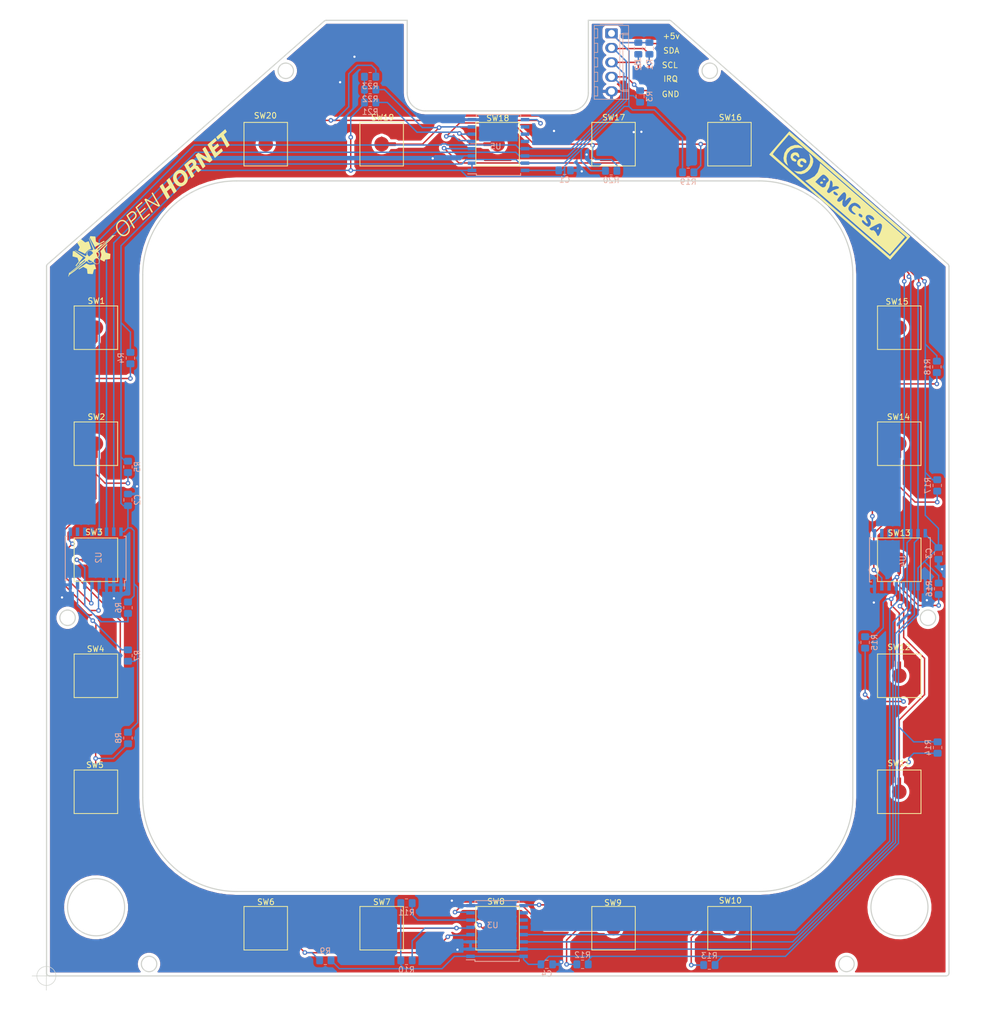
<source format=kicad_pcb>
(kicad_pcb (version 20171130) (host pcbnew "(5.1.7)-1")
  (layers (0 F.Cu signal) (31 B.Cu signal) (34 B.Paste user) (35 F.Paste user) (36 B.SilkS user) (37 F.SilkS user) (38 B.Mask user) (39 F.Mask user) (44 Edge.Cuts user))
  (net 0 "")
  (net 1 +5V)
  (net 2 SDA)
  (net 3 SCL)
  (net 4 IRQ)
  (net 5 GND)
  (net 6 "Net-(R4-Pad2)")
  (net 7 "Net-(R5-Pad2)")
  (net 8 "Net-(R6-Pad2)")
  (net 9 "Net-(R7-Pad2)")
  (net 10 "Net-(R8-Pad2)")
  (net 11 "Net-(R9-Pad2)")
  (net 12 "Net-(R10-Pad2)")
  (net 13 "Net-(R11-Pad2)")
  (net 14 "Net-(R12-Pad2)")
  (net 15 "Net-(R13-Pad2)")
  (net 16 "Net-(R14-Pad2)")
  (net 17 "Net-(R15-Pad2)")
  (net 18 "Net-(R16-Pad2)")
  (net 19 "Net-(R17-Pad2)")
  (net 20 "Net-(R18-Pad2)")
  (net 21 "Net-(R19-Pad2)")
  (net 22 "Net-(R20-Pad2)")
  (net 23 "Net-(R21-Pad2)")
  (net 24 "Net-(R22-Pad2)")
  (net 25 "Net-(R23-Pad2)")
  (net 26 "Net-(U2-Pad10)")
  (net 27 "Net-(U2-Pad11)")
  (net 28 "Net-(U2-Pad12)")
  (net 29 "Net-(U3-Pad12)")
  (net 30 "Net-(U3-Pad11)")
  (net 31 "Net-(U3-Pad10)")
  (net 32 "Net-(U4-Pad12)")
  (net 33 "Net-(U4-Pad11)")
  (net 34 "Net-(U4-Pad10)")
  (net 35 "Net-(U5-Pad10)")
  (net 36 "Net-(U5-Pad11)")
  (net 37 "Net-(U5-Pad12)")
  (module Resistor_SMD:R_0805_2012Metric_Pad1.15x1.40mm_HandSolder (layer B.Cu) (at 121.3358 22.479 90)
    (fp_text reference R3 (at 0 1.65 270) (layer B.SilkS) (effects (justify mirror)))
    (fp_text value 10k)
    (pad 1 smd roundrect (at -1.025 0 90) (size 1.15 1.4) (layers B.Cu B.Paste B.Mask) (roundrect_rratio 0.217391) (net 1 +5V))
    (pad 2 smd roundrect (at 1.025 0 90) (size 1.15 1.4) (layers B.Cu B.Paste B.Mask) (roundrect_rratio 0.217391) (net 4 IRQ))
  )
  (module Resistor_SMD:R_0805_2012Metric_Pad1.20x1.40mm_HandSolder (layer B.Cu) (at 74.022 19.03)
    (fp_text reference R23 (at 0 1.65) (layer B.SilkS) (effects (justify mirror)))
    (fp_text value 10k)
    (pad 2 smd roundrect (at 1 0) (size 1.2 1.4) (layers B.Cu B.Paste B.Mask) (roundrect_rratio 0.208333) (net 25 "Net-(R23-Pad2)"))
    (pad 1 smd roundrect (at -1 0) (size 1.2 1.4) (layers B.Cu B.Paste B.Mask) (roundrect_rratio 0.208333) (net 1 +5V))
  )
  (module Resistor_SMD:R_0805_2012Metric_Pad1.20x1.40mm_HandSolder (layer B.Cu) (at 74.022 21.28)
    (fp_text reference R22 (at 0 1.65) (layer B.SilkS) (effects (justify mirror)))
    (fp_text value 10k)
    (pad 2 smd roundrect (at 1 0) (size 1.2 1.4) (layers B.Cu B.Paste B.Mask) (roundrect_rratio 0.208333) (net 24 "Net-(R22-Pad2)"))
    (pad 1 smd roundrect (at -1 0) (size 1.2 1.4) (layers B.Cu B.Paste B.Mask) (roundrect_rratio 0.208333) (net 1 +5V))
  )
  (module Resistor_SMD:R_0805_2012Metric_Pad1.20x1.40mm_HandSolder (layer B.Cu) (at 74.022 23.53)
    (fp_text reference R21 (at 0 1.65) (layer B.SilkS) (effects (justify mirror)))
    (fp_text value 10k)
    (pad 2 smd roundrect (at 1 0) (size 1.2 1.4) (layers B.Cu B.Paste B.Mask) (roundrect_rratio 0.208333) (net 23 "Net-(R21-Pad2)"))
    (pad 1 smd roundrect (at -1 0) (size 1.2 1.4) (layers B.Cu B.Paste B.Mask) (roundrect_rratio 0.208333) (net 1 +5V))
  )
  (module Resistor_SMD:R_0805_2012Metric_Pad1.20x1.40mm_HandSolder (layer B.Cu) (at 116.2685 35.4965)
    (fp_text reference R20 (at 0 1.65) (layer B.SilkS) (effects (justify mirror)))
    (fp_text value 10k)
    (pad 2 smd roundrect (at 1 0) (size 1.2 1.4) (layers B.Cu B.Paste B.Mask) (roundrect_rratio 0.208333) (net 22 "Net-(R20-Pad2)"))
    (pad 1 smd roundrect (at -1 0) (size 1.2 1.4) (layers B.Cu B.Paste B.Mask) (roundrect_rratio 0.208333) (net 1 +5V))
  )
  (module Resistor_SMD:R_0805_2012Metric_Pad1.20x1.40mm_HandSolder (layer B.Cu) (at 129.772 35.78)
    (fp_text reference R19 (at 0 1.65) (layer B.SilkS) (effects (justify mirror)))
    (fp_text value 10k)
    (pad 2 smd roundrect (at 1 0) (size 1.2 1.4) (layers B.Cu B.Paste B.Mask) (roundrect_rratio 0.208333) (net 21 "Net-(R19-Pad2)"))
    (pad 1 smd roundrect (at -1 0) (size 1.2 1.4) (layers B.Cu B.Paste B.Mask) (roundrect_rratio 0.208333) (net 1 +5V))
  )
  (module Resistor_SMD:R_0805_2012Metric_Pad1.20x1.40mm_HandSolder (layer B.Cu) (at 173.355 69.85 270)
    (fp_text reference R18 (at 0 1.65 90) (layer B.SilkS) (effects (justify mirror)))
    (fp_text value 10k)
    (pad 2 smd roundrect (at 1 0 270) (size 1.2 1.4) (layers B.Cu B.Paste B.Mask) (roundrect_rratio 0.208333) (net 20 "Net-(R18-Pad2)"))
    (pad 1 smd roundrect (at -1 0 270) (size 1.2 1.4) (layers B.Cu B.Paste B.Mask) (roundrect_rratio 0.208333) (net 1 +5V))
  )
  (module Resistor_SMD:R_0805_2012Metric_Pad1.20x1.40mm_HandSolder (layer B.Cu) (at 173.4185 90.6145 270)
    (fp_text reference R17 (at 0 1.65 90) (layer B.SilkS) (effects (justify mirror)))
    (fp_text value 10k)
    (pad 2 smd roundrect (at 1 0 270) (size 1.2 1.4) (layers B.Cu B.Paste B.Mask) (roundrect_rratio 0.208333) (net 19 "Net-(R17-Pad2)"))
    (pad 1 smd roundrect (at -1 0 270) (size 1.2 1.4) (layers B.Cu B.Paste B.Mask) (roundrect_rratio 0.208333) (net 1 +5V))
  )
  (module Resistor_SMD:R_0805_2012Metric_Pad1.20x1.40mm_HandSolder (layer B.Cu) (at 173.6725 108.712 270)
    (fp_text reference R16 (at 0 1.65 90) (layer B.SilkS) (effects (justify mirror)))
    (fp_text value 10k)
    (pad 2 smd roundrect (at 1 0 270) (size 1.2 1.4) (layers B.Cu B.Paste B.Mask) (roundrect_rratio 0.208333) (net 18 "Net-(R16-Pad2)"))
    (pad 1 smd roundrect (at -1 0 270) (size 1.2 1.4) (layers B.Cu B.Paste B.Mask) (roundrect_rratio 0.208333) (net 1 +5V))
  )
  (module Resistor_SMD:R_0805_2012Metric_Pad1.20x1.40mm_HandSolder (layer B.Cu) (at 160.782 118.11 90)
    (fp_text reference R15 (at 0 1.65 90) (layer B.SilkS) (effects (justify mirror)))
    (fp_text value 10k)
    (pad 2 smd roundrect (at 1 0 90) (size 1.2 1.4) (layers B.Cu B.Paste B.Mask) (roundrect_rratio 0.208333) (net 17 "Net-(R15-Pad2)"))
    (pad 1 smd roundrect (at -1 0 90) (size 1.2 1.4) (layers B.Cu B.Paste B.Mask) (roundrect_rratio 0.208333) (net 1 +5V))
  )
  (module Resistor_SMD:R_0805_2012Metric_Pad1.20x1.40mm_HandSolder (layer B.Cu) (at 173.482 136.525 270)
    (fp_text reference R14 (at 0 1.65 90) (layer B.SilkS) (effects (justify mirror)))
    (fp_text value 10k)
    (pad 2 smd roundrect (at 1 0 270) (size 1.2 1.4) (layers B.Cu B.Paste B.Mask) (roundrect_rratio 0.208333) (net 16 "Net-(R14-Pad2)"))
    (pad 1 smd roundrect (at -1 0 270) (size 1.2 1.4) (layers B.Cu B.Paste B.Mask) (roundrect_rratio 0.208333) (net 1 +5V))
  )
  (module Resistor_SMD:R_0805_2012Metric_Pad1.20x1.40mm_HandSolder (layer B.Cu) (at 133.477 174.625 180)
    (fp_text reference R13 (at 0 1.65) (layer B.SilkS) (effects (justify mirror)))
    (fp_text value 10k)
    (pad 2 smd roundrect (at 1 0 180) (size 1.2 1.4) (layers B.Cu B.Paste B.Mask) (roundrect_rratio 0.208333) (net 15 "Net-(R13-Pad2)"))
    (pad 1 smd roundrect (at -1 0 180) (size 1.2 1.4) (layers B.Cu B.Paste B.Mask) (roundrect_rratio 0.208333) (net 1 +5V))
  )
  (module Resistor_SMD:R_0805_2012Metric_Pad1.20x1.40mm_HandSolder (layer B.Cu) (at 111.252 174.498 180)
    (fp_text reference R12 (at 0 1.65) (layer B.SilkS) (effects (justify mirror)))
    (fp_text value 10k)
    (pad 2 smd roundrect (at 1 0 180) (size 1.2 1.4) (layers B.Cu B.Paste B.Mask) (roundrect_rratio 0.208333) (net 14 "Net-(R12-Pad2)"))
    (pad 1 smd roundrect (at -1 0 180) (size 1.2 1.4) (layers B.Cu B.Paste B.Mask) (roundrect_rratio 0.208333) (net 1 +5V))
  )
  (module Resistor_SMD:R_0805_2012Metric_Pad1.20x1.40mm_HandSolder (layer B.Cu) (at 80.391 163.7665)
    (fp_text reference R11 (at 0 1.65) (layer B.SilkS) (effects (justify mirror)))
    (fp_text value 10k)
    (pad 2 smd roundrect (at 1 0) (size 1.2 1.4) (layers B.Cu B.Paste B.Mask) (roundrect_rratio 0.208333) (net 13 "Net-(R11-Pad2)"))
    (pad 1 smd roundrect (at -1 0) (size 1.2 1.4) (layers B.Cu B.Paste B.Mask) (roundrect_rratio 0.208333) (net 1 +5V))
  )
  (module Resistor_SMD:R_0805_2012Metric_Pad1.20x1.40mm_HandSolder (layer B.Cu) (at 80.391 173.7995)
    (fp_text reference R10 (at 0 1.65) (layer B.SilkS) (effects (justify mirror)))
    (fp_text value 10k)
    (pad 2 smd roundrect (at 1 0) (size 1.2 1.4) (layers B.Cu B.Paste B.Mask) (roundrect_rratio 0.208333) (net 12 "Net-(R10-Pad2)"))
    (pad 1 smd roundrect (at -1 0) (size 1.2 1.4) (layers B.Cu B.Paste B.Mask) (roundrect_rratio 0.208333) (net 1 +5V))
  )
  (module Resistor_SMD:R_0805_2012Metric_Pad1.20x1.40mm_HandSolder (layer B.Cu) (at 66.167 173.7995 180)
    (fp_text reference R9 (at 0 1.65) (layer B.SilkS) (effects (justify mirror)))
    (fp_text value 10k)
    (pad 2 smd roundrect (at 1 0 180) (size 1.2 1.4) (layers B.Cu B.Paste B.Mask) (roundrect_rratio 0.208333) (net 11 "Net-(R9-Pad2)"))
    (pad 1 smd roundrect (at -1 0 180) (size 1.2 1.4) (layers B.Cu B.Paste B.Mask) (roundrect_rratio 0.208333) (net 1 +5V))
  )
  (module Resistor_SMD:R_0805_2012Metric_Pad1.20x1.40mm_HandSolder (layer B.Cu) (at 31.5722 134.858 270)
    (fp_text reference R8 (at 0 1.65 90) (layer B.SilkS) (effects (justify mirror)))
    (fp_text value 10k)
    (pad 2 smd roundrect (at 1 0 270) (size 1.2 1.4) (layers B.Cu B.Paste B.Mask) (roundrect_rratio 0.208333) (net 10 "Net-(R8-Pad2)"))
    (pad 1 smd roundrect (at -1 0 270) (size 1.2 1.4) (layers B.Cu B.Paste B.Mask) (roundrect_rratio 0.208333) (net 1 +5V))
  )
  (module Resistor_SMD:R_0805_2012Metric_Pad1.20x1.40mm_HandSolder (layer B.Cu) (at 31.5722 120.412 90)
    (fp_text reference R7 (at 0 1.65 90) (layer B.SilkS) (effects (justify mirror)))
    (fp_text value 10k)
    (pad 2 smd roundrect (at 1 0 90) (size 1.2 1.4) (layers B.Cu B.Paste B.Mask) (roundrect_rratio 0.208333) (net 9 "Net-(R7-Pad2)"))
    (pad 1 smd roundrect (at -1 0 90) (size 1.2 1.4) (layers B.Cu B.Paste B.Mask) (roundrect_rratio 0.208333) (net 1 +5V))
  )
  (module Resistor_SMD:R_0805_2012Metric_Pad1.20x1.40mm_HandSolder (layer B.Cu) (at 31.5722 112.03 270)
    (fp_text reference R6 (at 0 1.65 90) (layer B.SilkS) (effects (justify mirror)))
    (fp_text value 10k)
    (pad 2 smd roundrect (at 1 0 270) (size 1.2 1.4) (layers B.Cu B.Paste B.Mask) (roundrect_rratio 0.208333) (net 8 "Net-(R6-Pad2)"))
    (pad 1 smd roundrect (at -1 0 270) (size 1.2 1.4) (layers B.Cu B.Paste B.Mask) (roundrect_rratio 0.208333) (net 1 +5V))
  )
  (module Resistor_SMD:R_0805_2012Metric_Pad1.20x1.40mm_HandSolder (layer B.Cu) (at 31.5722 87.36 270)
    (fp_text reference R5 (at 0 -1.6383 90) (layer B.SilkS) (effects (justify mirror)))
    (fp_text value 10k)
    (pad 2 smd roundrect (at 1 0 270) (size 1.2 1.4) (layers B.Cu B.Paste B.Mask) (roundrect_rratio 0.208333) (net 7 "Net-(R5-Pad2)"))
    (pad 1 smd roundrect (at -1 0 270) (size 1.2 1.4) (layers B.Cu B.Paste B.Mask) (roundrect_rratio 0.208333) (net 1 +5V))
  )
  (module Resistor_SMD:R_0805_2012Metric_Pad1.20x1.40mm_HandSolder (layer B.Cu) (at 32.004 68.31 270)
    (fp_text reference R4 (at 0 1.65 90) (layer B.SilkS) (effects (justify mirror)))
    (fp_text value 10k)
    (pad 2 smd roundrect (at 1 0 270) (size 1.2 1.4) (layers B.Cu B.Paste B.Mask) (roundrect_rratio 0.208333) (net 6 "Net-(R4-Pad2)"))
    (pad 1 smd roundrect (at -1 0 270) (size 1.2 1.4) (layers B.Cu B.Paste B.Mask) (roundrect_rratio 0.208333) (net 1 +5V))
  )
  (module "KiCAD Libraries:CC-BY-NC-SA-Small" (layer F.Cu) (at 156.272 39.78 319)
    (fp_text reference G*** hide)
    (fp_text value LOGO hide)
  )
  (module "KiCAD Libraries:OH_LOGO_37.7mm_5.9mm" (layer F.Cu) (at 35.022 41.28 41)
    (fp_text reference G*** hide)
    (fp_text value LOGO hide)
  )
  (module "KiCAD Libraries:SWITCH_SNAP_DOME_6.3mm_DIA_SINGLE_SIDE_PCB" (layer F.Cu) (at 76.042 30.84)
    (fp_text reference SW19 (at 0.158 -4.678 180) (layer F.SilkS))
    (fp_text value SW_Push)
    (pad 2 smd custom (at 2.4 -1.6) (size 1.09 0.608) (layers F.Cu F.Paste F.Mask) (net 5 GND) (options (clearance outline) (anchor rect)) (primitives (gr_poly (pts (xy 0.4956 0.2284) (xy 0.4956 -0.2796) (xy -0.114 -1.2956) (xy -4.7368 -1.2956) (xy -5.2956 -0.3304) (xy -5.2956 3.4796) (xy -4.686 4.4956) (xy -0.114 4.4956) (xy 0.4956 3.4796) (xy 0.4956 2.9716) (xy -0.4696 2.9716) (xy -0.4696 3.5304) (xy -4.3304 3.5304) (xy -4.3304 -0.3304) (xy -0.4696 -0.3304) (xy -0.4696 0.2284)) (width 0.15))))
    (pad 1 smd custom (at 1.25 0) (size 2.45 0.64) (layers F.Cu F.Paste F.Mask) (net 24 "Net-(R22-Pad2)") (options (clearance outline) (anchor rect)) (primitives (gr_line (start 1.163 0.254) (end -0.107 0.254) (width 0.15)) (gr_line (start -0.107 0.254) (end -0.107 -0.254) (width 0.15)) (gr_line (start -0.107 -0.254) (end 1.163 -0.254) (width 0.15)) (gr_line (start 1.163 -0.254) (end 1.163 0.254) (width 0.15)) (gr_poly (pts (xy 0.02 -0.254) (xy 1.163 -0.254) (xy 1.163 0.254) (xy 0.02 0.254)) (width 0.15)) (gr_circle (center -1.25 0) (end -0.045172 0) (width 0.15)) (gr_poly (pts (xy -1.25 -1.143) (xy -0.488 -0.889) (xy -0.107 -0.254) (xy -0.234 0.508) (xy -0.742 1.016) (xy -1.377 1.143) (xy -2.012 0.889) (xy -2.266 0.381) (xy -2.393 -0.127) (xy -2.139 -0.762) (xy -1.631 -1.016)) (width 0.15))))
  )
  (module "KiCAD Libraries:SWITCH_SNAP_DOME_6.3mm_DIA_SINGLE_SIDE_PCB" (layer F.Cu) (at 25.952 62.99 270)
    (fp_text reference SW1 (at -4.697 -0.083) (layer F.SilkS))
    (fp_text value SW_Push)
    (pad 2 smd custom (at 2.4 -1.6 270) (size 1.09 0.608) (layers F.Cu F.Paste F.Mask) (net 5 GND) (options (clearance outline) (anchor rect)) (primitives (gr_poly (pts (xy 0.4956 0.2284) (xy 0.4956 -0.2796) (xy -0.114 -1.2956) (xy -4.7368 -1.2956) (xy -5.2956 -0.3304) (xy -5.2956 3.4796) (xy -4.686 4.4956) (xy -0.114 4.4956) (xy 0.4956 3.4796) (xy 0.4956 2.9716) (xy -0.4696 2.9716) (xy -0.4696 3.5304) (xy -4.3304 3.5304) (xy -4.3304 -0.3304) (xy -0.4696 -0.3304) (xy -0.4696 0.2284)) (width 0.15))))
    (pad 1 smd custom (at 1.25 0 270) (size 2.45 0.64) (layers F.Cu F.Paste F.Mask) (net 6 "Net-(R4-Pad2)") (options (clearance outline) (anchor rect)) (primitives (gr_line (start 1.163 0.254) (end -0.107 0.254) (width 0.15)) (gr_line (start -0.107 0.254) (end -0.107 -0.254) (width 0.15)) (gr_line (start -0.107 -0.254) (end 1.163 -0.254) (width 0.15)) (gr_line (start 1.163 -0.254) (end 1.163 0.254) (width 0.15)) (gr_poly (pts (xy 0.02 -0.254) (xy 1.163 -0.254) (xy 1.163 0.254) (xy 0.02 0.254)) (width 0.15)) (gr_circle (center -1.25 0) (end -0.045172 0) (width 0.15)) (gr_poly (pts (xy -1.25 -1.143) (xy -0.488 -0.889) (xy -0.107 -0.254) (xy -0.234 0.508) (xy -0.742 1.016) (xy -1.377 1.143) (xy -2.012 0.889) (xy -2.266 0.381) (xy -2.393 -0.127) (xy -2.139 -0.762) (xy -1.631 -1.016)) (width 0.15))))
  )
  (module "KiCAD Libraries:SWITCH_SNAP_DOME_6.3mm_DIA_SINGLE_SIDE_PCB" (layer F.Cu) (at 25.952 83.31 270)
    (fp_text reference SW2 (at -4.697 -0.083) (layer F.SilkS))
    (fp_text value SW_Push)
    (pad 2 smd custom (at 2.4 -1.6 270) (size 1.09 0.608) (layers F.Cu F.Paste F.Mask) (net 5 GND) (options (clearance outline) (anchor rect)) (primitives (gr_poly (pts (xy 0.4956 0.2284) (xy 0.4956 -0.2796) (xy -0.114 -1.2956) (xy -4.7368 -1.2956) (xy -5.2956 -0.3304) (xy -5.2956 3.4796) (xy -4.686 4.4956) (xy -0.114 4.4956) (xy 0.4956 3.4796) (xy 0.4956 2.9716) (xy -0.4696 2.9716) (xy -0.4696 3.5304) (xy -4.3304 3.5304) (xy -4.3304 -0.3304) (xy -0.4696 -0.3304) (xy -0.4696 0.2284)) (width 0.15))))
    (pad 1 smd custom (at 1.25 0 270) (size 2.45 0.64) (layers F.Cu F.Paste F.Mask) (net 7 "Net-(R5-Pad2)") (options (clearance outline) (anchor rect)) (primitives (gr_line (start 1.163 0.254) (end -0.107 0.254) (width 0.15)) (gr_line (start -0.107 0.254) (end -0.107 -0.254) (width 0.15)) (gr_line (start -0.107 -0.254) (end 1.163 -0.254) (width 0.15)) (gr_line (start 1.163 -0.254) (end 1.163 0.254) (width 0.15)) (gr_poly (pts (xy 0.02 -0.254) (xy 1.163 -0.254) (xy 1.163 0.254) (xy 0.02 0.254)) (width 0.15)) (gr_circle (center -1.25 0) (end -0.045172 0) (width 0.15)) (gr_poly (pts (xy -1.25 -1.143) (xy -0.488 -0.889) (xy -0.107 -0.254) (xy -0.234 0.508) (xy -0.742 1.016) (xy -1.377 1.143) (xy -2.012 0.889) (xy -2.266 0.381) (xy -2.393 -0.127) (xy -2.139 -0.762) (xy -1.631 -1.016)) (width 0.15))))
  )
  (module "KiCAD Libraries:SWITCH_SNAP_DOME_6.3mm_DIA_SINGLE_SIDE_PCB" (layer F.Cu) (at 25.952 103.63 180)
    (fp_text reference SW3 (at 0.337 4.828) (layer F.SilkS))
    (fp_text value SW_Push)
    (pad 2 smd custom (at 2.4 -1.6 180) (size 1.09 0.608) (layers F.Cu F.Paste F.Mask) (net 5 GND) (options (clearance outline) (anchor rect)) (primitives (gr_poly (pts (xy 0.4956 0.2284) (xy 0.4956 -0.2796) (xy -0.114 -1.2956) (xy -4.7368 -1.2956) (xy -5.2956 -0.3304) (xy -5.2956 3.4796) (xy -4.686 4.4956) (xy -0.114 4.4956) (xy 0.4956 3.4796) (xy 0.4956 2.9716) (xy -0.4696 2.9716) (xy -0.4696 3.5304) (xy -4.3304 3.5304) (xy -4.3304 -0.3304) (xy -0.4696 -0.3304) (xy -0.4696 0.2284)) (width 0.15))))
    (pad 1 smd custom (at 1.25 0 180) (size 2.45 0.64) (layers F.Cu F.Paste F.Mask) (net 8 "Net-(R6-Pad2)") (options (clearance outline) (anchor rect)) (primitives (gr_line (start 1.163 0.254) (end -0.107 0.254) (width 0.15)) (gr_line (start -0.107 0.254) (end -0.107 -0.254) (width 0.15)) (gr_line (start -0.107 -0.254) (end 1.163 -0.254) (width 0.15)) (gr_line (start 1.163 -0.254) (end 1.163 0.254) (width 0.15)) (gr_poly (pts (xy 0.02 -0.254) (xy 1.163 -0.254) (xy 1.163 0.254) (xy 0.02 0.254)) (width 0.15)) (gr_circle (center -1.25 0) (end -0.045172 0) (width 0.15)) (gr_poly (pts (xy -1.25 -1.143) (xy -0.488 -0.889) (xy -0.107 -0.254) (xy -0.234 0.508) (xy -0.742 1.016) (xy -1.377 1.143) (xy -2.012 0.889) (xy -2.266 0.381) (xy -2.393 -0.127) (xy -2.139 -0.762) (xy -1.631 -1.016)) (width 0.15))))
  )
  (module "KiCAD Libraries:SWITCH_SNAP_DOME_6.3mm_DIA_SINGLE_SIDE_PCB" (layer F.Cu) (at 25.952 123.95 90)
    (fp_text reference SW4 (at 4.697 -0.044 180) (layer F.SilkS))
    (fp_text value SW_Push)
    (pad 2 smd custom (at 2.4 -1.6 90) (size 1.09 0.608) (layers F.Cu F.Paste F.Mask) (net 5 GND) (options (clearance outline) (anchor rect)) (primitives (gr_poly (pts (xy 0.4956 0.2284) (xy 0.4956 -0.2796) (xy -0.114 -1.2956) (xy -4.7368 -1.2956) (xy -5.2956 -0.3304) (xy -5.2956 3.4796) (xy -4.686 4.4956) (xy -0.114 4.4956) (xy 0.4956 3.4796) (xy 0.4956 2.9716) (xy -0.4696 2.9716) (xy -0.4696 3.5304) (xy -4.3304 3.5304) (xy -4.3304 -0.3304) (xy -0.4696 -0.3304) (xy -0.4696 0.2284)) (width 0.15))))
    (pad 1 smd custom (at 1.25 0 90) (size 2.45 0.64) (layers F.Cu F.Paste F.Mask) (net 9 "Net-(R7-Pad2)") (options (clearance outline) (anchor rect)) (primitives (gr_line (start 1.163 0.254) (end -0.107 0.254) (width 0.15)) (gr_line (start -0.107 0.254) (end -0.107 -0.254) (width 0.15)) (gr_line (start -0.107 -0.254) (end 1.163 -0.254) (width 0.15)) (gr_line (start 1.163 -0.254) (end 1.163 0.254) (width 0.15)) (gr_poly (pts (xy 0.02 -0.254) (xy 1.163 -0.254) (xy 1.163 0.254) (xy 0.02 0.254)) (width 0.15)) (gr_circle (center -1.25 0) (end -0.045172 0) (width 0.15)) (gr_poly (pts (xy -1.25 -1.143) (xy -0.488 -0.889) (xy -0.107 -0.254) (xy -0.234 0.508) (xy -0.742 1.016) (xy -1.377 1.143) (xy -2.012 0.889) (xy -2.266 0.381) (xy -2.393 -0.127) (xy -2.139 -0.762) (xy -1.631 -1.016)) (width 0.15))))
  )
  (module "KiCAD Libraries:SWITCH_SNAP_DOME_6.3mm_DIA_SINGLE_SIDE_PCB" (layer F.Cu) (at 25.952 144.27 90)
    (fp_text reference SW5 (at 4.697 -0.171 180) (layer F.SilkS))
    (fp_text value SW_Push)
    (pad 2 smd custom (at 2.4 -1.6 90) (size 1.09 0.608) (layers F.Cu F.Paste F.Mask) (net 5 GND) (options (clearance outline) (anchor rect)) (primitives (gr_poly (pts (xy 0.4956 0.2284) (xy 0.4956 -0.2796) (xy -0.114 -1.2956) (xy -4.7368 -1.2956) (xy -5.2956 -0.3304) (xy -5.2956 3.4796) (xy -4.686 4.4956) (xy -0.114 4.4956) (xy 0.4956 3.4796) (xy 0.4956 2.9716) (xy -0.4696 2.9716) (xy -0.4696 3.5304) (xy -4.3304 3.5304) (xy -4.3304 -0.3304) (xy -0.4696 -0.3304) (xy -0.4696 0.2284)) (width 0.15))))
    (pad 1 smd custom (at 1.25 0 90) (size 2.45 0.64) (layers F.Cu F.Paste F.Mask) (net 10 "Net-(R8-Pad2)") (options (clearance outline) (anchor rect)) (primitives (gr_line (start 1.163 0.254) (end -0.107 0.254) (width 0.15)) (gr_line (start -0.107 0.254) (end -0.107 -0.254) (width 0.15)) (gr_line (start -0.107 -0.254) (end 1.163 -0.254) (width 0.15)) (gr_line (start 1.163 -0.254) (end 1.163 0.254) (width 0.15)) (gr_poly (pts (xy 0.02 -0.254) (xy 1.163 -0.254) (xy 1.163 0.254) (xy 0.02 0.254)) (width 0.15)) (gr_circle (center -1.25 0) (end -0.045172 0) (width 0.15)) (gr_poly (pts (xy -1.25 -1.143) (xy -0.488 -0.889) (xy -0.107 -0.254) (xy -0.234 0.508) (xy -0.742 1.016) (xy -1.377 1.143) (xy -2.012 0.889) (xy -2.266 0.381) (xy -2.393 -0.127) (xy -2.139 -0.762) (xy -1.631 -1.016)) (width 0.15))))
  )
  (module "KiCAD Libraries:SWITCH_SNAP_DOME_6.3mm_DIA_SINGLE_SIDE_PCB" (layer F.Cu) (at 55.722 168.17)
    (fp_text reference SW6 (at 0.031 -4.594 180) (layer F.SilkS))
    (fp_text value SW_Push)
    (pad 2 smd custom (at 2.4 -1.6) (size 1.09 0.608) (layers F.Cu F.Paste F.Mask) (net 5 GND) (options (clearance outline) (anchor rect)) (primitives (gr_poly (pts (xy 0.4956 0.2284) (xy 0.4956 -0.2796) (xy -0.114 -1.2956) (xy -4.7368 -1.2956) (xy -5.2956 -0.3304) (xy -5.2956 3.4796) (xy -4.686 4.4956) (xy -0.114 4.4956) (xy 0.4956 3.4796) (xy 0.4956 2.9716) (xy -0.4696 2.9716) (xy -0.4696 3.5304) (xy -4.3304 3.5304) (xy -4.3304 -0.3304) (xy -0.4696 -0.3304) (xy -0.4696 0.2284)) (width 0.15))))
    (pad 1 smd custom (at 1.25 0) (size 2.45 0.64) (layers F.Cu F.Paste F.Mask) (net 11 "Net-(R9-Pad2)") (options (clearance outline) (anchor rect)) (primitives (gr_line (start 1.163 0.254) (end -0.107 0.254) (width 0.15)) (gr_line (start -0.107 0.254) (end -0.107 -0.254) (width 0.15)) (gr_line (start -0.107 -0.254) (end 1.163 -0.254) (width 0.15)) (gr_line (start 1.163 -0.254) (end 1.163 0.254) (width 0.15)) (gr_poly (pts (xy 0.02 -0.254) (xy 1.163 -0.254) (xy 1.163 0.254) (xy 0.02 0.254)) (width 0.15)) (gr_circle (center -1.25 0) (end -0.045172 0) (width 0.15)) (gr_poly (pts (xy -1.25 -1.143) (xy -0.488 -0.889) (xy -0.107 -0.254) (xy -0.234 0.508) (xy -0.742 1.016) (xy -1.377 1.143) (xy -2.012 0.889) (xy -2.266 0.381) (xy -2.393 -0.127) (xy -2.139 -0.762) (xy -1.631 -1.016)) (width 0.15))))
  )
  (module "KiCAD Libraries:SWITCH_SNAP_DOME_6.3mm_DIA_SINGLE_SIDE_PCB" (layer F.Cu) (at 76.042 168.17)
    (fp_text reference SW7 (at 0.031 -4.594 180) (layer F.SilkS))
    (fp_text value SW_Push)
    (pad 2 smd custom (at 2.4 -1.6) (size 1.09 0.608) (layers F.Cu F.Paste F.Mask) (net 5 GND) (options (clearance outline) (anchor rect)) (primitives (gr_poly (pts (xy 0.4956 0.2284) (xy 0.4956 -0.2796) (xy -0.114 -1.2956) (xy -4.7368 -1.2956) (xy -5.2956 -0.3304) (xy -5.2956 3.4796) (xy -4.686 4.4956) (xy -0.114 4.4956) (xy 0.4956 3.4796) (xy 0.4956 2.9716) (xy -0.4696 2.9716) (xy -0.4696 3.5304) (xy -4.3304 3.5304) (xy -4.3304 -0.3304) (xy -0.4696 -0.3304) (xy -0.4696 0.2284)) (width 0.15))))
    (pad 1 smd custom (at 1.25 0) (size 2.45 0.64) (layers F.Cu F.Paste F.Mask) (net 12 "Net-(R10-Pad2)") (options (clearance outline) (anchor rect)) (primitives (gr_line (start 1.163 0.254) (end -0.107 0.254) (width 0.15)) (gr_line (start -0.107 0.254) (end -0.107 -0.254) (width 0.15)) (gr_line (start -0.107 -0.254) (end 1.163 -0.254) (width 0.15)) (gr_line (start 1.163 -0.254) (end 1.163 0.254) (width 0.15)) (gr_poly (pts (xy 0.02 -0.254) (xy 1.163 -0.254) (xy 1.163 0.254) (xy 0.02 0.254)) (width 0.15)) (gr_circle (center -1.25 0) (end -0.045172 0) (width 0.15)) (gr_poly (pts (xy -1.25 -1.143) (xy -0.488 -0.889) (xy -0.107 -0.254) (xy -0.234 0.508) (xy -0.742 1.016) (xy -1.377 1.143) (xy -2.012 0.889) (xy -2.266 0.381) (xy -2.393 -0.127) (xy -2.139 -0.762) (xy -1.631 -1.016)) (width 0.15))))
  )
  (module "KiCAD Libraries:SWITCH_SNAP_DOME_6.3mm_DIA_SINGLE_SIDE_PCB" (layer F.Cu) (at 96.362 168.17 180)
    (fp_text reference SW8 (at 0.285 4.677) (layer F.SilkS))
    (fp_text value SW_Push)
    (pad 2 smd custom (at 2.4 -1.6 180) (size 1.09 0.608) (layers F.Cu F.Paste F.Mask) (net 5 GND) (options (clearance outline) (anchor rect)) (primitives (gr_poly (pts (xy 0.4956 0.2284) (xy 0.4956 -0.2796) (xy -0.114 -1.2956) (xy -4.7368 -1.2956) (xy -5.2956 -0.3304) (xy -5.2956 3.4796) (xy -4.686 4.4956) (xy -0.114 4.4956) (xy 0.4956 3.4796) (xy 0.4956 2.9716) (xy -0.4696 2.9716) (xy -0.4696 3.5304) (xy -4.3304 3.5304) (xy -4.3304 -0.3304) (xy -0.4696 -0.3304) (xy -0.4696 0.2284)) (width 0.15))))
    (pad 1 smd custom (at 1.25 0 180) (size 2.45 0.64) (layers F.Cu F.Paste F.Mask) (net 13 "Net-(R11-Pad2)") (options (clearance outline) (anchor rect)) (primitives (gr_line (start 1.163 0.254) (end -0.107 0.254) (width 0.15)) (gr_line (start -0.107 0.254) (end -0.107 -0.254) (width 0.15)) (gr_line (start -0.107 -0.254) (end 1.163 -0.254) (width 0.15)) (gr_line (start 1.163 -0.254) (end 1.163 0.254) (width 0.15)) (gr_poly (pts (xy 0.02 -0.254) (xy 1.163 -0.254) (xy 1.163 0.254) (xy 0.02 0.254)) (width 0.15)) (gr_circle (center -1.25 0) (end -0.045172 0) (width 0.15)) (gr_poly (pts (xy -1.25 -1.143) (xy -0.488 -0.889) (xy -0.107 -0.254) (xy -0.234 0.508) (xy -0.742 1.016) (xy -1.377 1.143) (xy -2.012 0.889) (xy -2.266 0.381) (xy -2.393 -0.127) (xy -2.139 -0.762) (xy -1.631 -1.016)) (width 0.15))))
  )
  (module "KiCAD Libraries:SWITCH_SNAP_DOME_6.3mm_DIA_SINGLE_SIDE_PCB" (layer F.Cu) (at 116.682 168.17 180)
    (fp_text reference SW9 (at 0.096 4.467) (layer F.SilkS))
    (fp_text value SW_Push)
    (pad 2 smd custom (at 2.4 -1.6 180) (size 1.09 0.608) (layers F.Cu F.Paste F.Mask) (net 5 GND) (options (clearance outline) (anchor rect)) (primitives (gr_poly (pts (xy 0.4956 0.2284) (xy 0.4956 -0.2796) (xy -0.114 -1.2956) (xy -4.7368 -1.2956) (xy -5.2956 -0.3304) (xy -5.2956 3.4796) (xy -4.686 4.4956) (xy -0.114 4.4956) (xy 0.4956 3.4796) (xy 0.4956 2.9716) (xy -0.4696 2.9716) (xy -0.4696 3.5304) (xy -4.3304 3.5304) (xy -4.3304 -0.3304) (xy -0.4696 -0.3304) (xy -0.4696 0.2284)) (width 0.15))))
    (pad 1 smd custom (at 1.25 0 180) (size 2.45 0.64) (layers F.Cu F.Paste F.Mask) (net 14 "Net-(R12-Pad2)") (options (clearance outline) (anchor rect)) (primitives (gr_line (start 1.163 0.254) (end -0.107 0.254) (width 0.15)) (gr_line (start -0.107 0.254) (end -0.107 -0.254) (width 0.15)) (gr_line (start -0.107 -0.254) (end 1.163 -0.254) (width 0.15)) (gr_line (start 1.163 -0.254) (end 1.163 0.254) (width 0.15)) (gr_poly (pts (xy 0.02 -0.254) (xy 1.163 -0.254) (xy 1.163 0.254) (xy 0.02 0.254)) (width 0.15)) (gr_circle (center -1.25 0) (end -0.045172 0) (width 0.15)) (gr_poly (pts (xy -1.25 -1.143) (xy -0.488 -0.889) (xy -0.107 -0.254) (xy -0.234 0.508) (xy -0.742 1.016) (xy -1.377 1.143) (xy -2.012 0.889) (xy -2.266 0.381) (xy -2.393 -0.127) (xy -2.139 -0.762) (xy -1.631 -1.016)) (width 0.15))))
  )
  (module "KiCAD Libraries:SWITCH_SNAP_DOME_6.3mm_DIA_SINGLE_SIDE_PCB" (layer F.Cu) (at 137.002 168.17 180)
    (fp_text reference SW10 (at -0.158 4.848) (layer F.SilkS))
    (fp_text value SW_Push)
    (pad 2 smd custom (at 2.4 -1.6 180) (size 1.09 0.608) (layers F.Cu F.Paste F.Mask) (net 5 GND) (options (clearance outline) (anchor rect)) (primitives (gr_poly (pts (xy 0.4956 0.2284) (xy 0.4956 -0.2796) (xy -0.114 -1.2956) (xy -4.7368 -1.2956) (xy -5.2956 -0.3304) (xy -5.2956 3.4796) (xy -4.686 4.4956) (xy -0.114 4.4956) (xy 0.4956 3.4796) (xy 0.4956 2.9716) (xy -0.4696 2.9716) (xy -0.4696 3.5304) (xy -4.3304 3.5304) (xy -4.3304 -0.3304) (xy -0.4696 -0.3304) (xy -0.4696 0.2284)) (width 0.15))))
    (pad 1 smd custom (at 1.25 0 180) (size 2.45 0.64) (layers F.Cu F.Paste F.Mask) (net 15 "Net-(R13-Pad2)") (options (clearance outline) (anchor rect)) (primitives (gr_line (start 1.163 0.254) (end -0.107 0.254) (width 0.15)) (gr_line (start -0.107 0.254) (end -0.107 -0.254) (width 0.15)) (gr_line (start -0.107 -0.254) (end 1.163 -0.254) (width 0.15)) (gr_line (start 1.163 -0.254) (end 1.163 0.254) (width 0.15)) (gr_poly (pts (xy 0.02 -0.254) (xy 1.163 -0.254) (xy 1.163 0.254) (xy 0.02 0.254)) (width 0.15)) (gr_circle (center -1.25 0) (end -0.045172 0) (width 0.15)) (gr_poly (pts (xy -1.25 -1.143) (xy -0.488 -0.889) (xy -0.107 -0.254) (xy -0.234 0.508) (xy -0.742 1.016) (xy -1.377 1.143) (xy -2.012 0.889) (xy -2.266 0.381) (xy -2.393 -0.127) (xy -2.139 -0.762) (xy -1.631 -1.016)) (width 0.15))))
  )
  (module "KiCAD Libraries:SWITCH_SNAP_DOME_6.3mm_DIA_SINGLE_SIDE_PCB" (layer F.Cu) (at 166.762 144.27 90)
    (fp_text reference SW11 (at 5.008 -0.056 180) (layer F.SilkS))
    (fp_text value SW_Push)
    (pad 2 smd custom (at 2.4 -1.6 90) (size 1.09 0.608) (layers F.Cu F.Paste F.Mask) (net 5 GND) (options (clearance outline) (anchor rect)) (primitives (gr_poly (pts (xy 0.4956 0.2284) (xy 0.4956 -0.2796) (xy -0.114 -1.2956) (xy -4.7368 -1.2956) (xy -5.2956 -0.3304) (xy -5.2956 3.4796) (xy -4.686 4.4956) (xy -0.114 4.4956) (xy 0.4956 3.4796) (xy 0.4956 2.9716) (xy -0.4696 2.9716) (xy -0.4696 3.5304) (xy -4.3304 3.5304) (xy -4.3304 -0.3304) (xy -0.4696 -0.3304) (xy -0.4696 0.2284)) (width 0.15))))
    (pad 1 smd custom (at 1.25 0 90) (size 2.45 0.64) (layers F.Cu F.Paste F.Mask) (net 16 "Net-(R14-Pad2)") (options (clearance outline) (anchor rect)) (primitives (gr_line (start 1.163 0.254) (end -0.107 0.254) (width 0.15)) (gr_line (start -0.107 0.254) (end -0.107 -0.254) (width 0.15)) (gr_line (start -0.107 -0.254) (end 1.163 -0.254) (width 0.15)) (gr_line (start 1.163 -0.254) (end 1.163 0.254) (width 0.15)) (gr_poly (pts (xy 0.02 -0.254) (xy 1.163 -0.254) (xy 1.163 0.254) (xy 0.02 0.254)) (width 0.15)) (gr_circle (center -1.25 0) (end -0.045172 0) (width 0.15)) (gr_poly (pts (xy -1.25 -1.143) (xy -0.488 -0.889) (xy -0.107 -0.254) (xy -0.234 0.508) (xy -0.742 1.016) (xy -1.377 1.143) (xy -2.012 0.889) (xy -2.266 0.381) (xy -2.393 -0.127) (xy -2.139 -0.762) (xy -1.631 -1.016)) (width 0.15))))
  )
  (module "KiCAD Libraries:SWITCH_SNAP_DOME_6.3mm_DIA_SINGLE_SIDE_PCB" (layer F.Cu) (at 166.762 123.95 90)
    (fp_text reference SW12 (at 5.008 -0.056 180) (layer F.SilkS))
    (fp_text value SW_Push)
    (pad 2 smd custom (at 2.4 -1.6 90) (size 1.09 0.608) (layers F.Cu F.Paste F.Mask) (net 5 GND) (options (clearance outline) (anchor rect)) (primitives (gr_poly (pts (xy 0.4956 0.2284) (xy 0.4956 -0.2796) (xy -0.114 -1.2956) (xy -4.7368 -1.2956) (xy -5.2956 -0.3304) (xy -5.2956 3.4796) (xy -4.686 4.4956) (xy -0.114 4.4956) (xy 0.4956 3.4796) (xy 0.4956 2.9716) (xy -0.4696 2.9716) (xy -0.4696 3.5304) (xy -4.3304 3.5304) (xy -4.3304 -0.3304) (xy -0.4696 -0.3304) (xy -0.4696 0.2284)) (width 0.15))))
    (pad 1 smd custom (at 1.25 0 90) (size 2.45 0.64) (layers F.Cu F.Paste F.Mask) (net 17 "Net-(R15-Pad2)") (options (clearance outline) (anchor rect)) (primitives (gr_line (start 1.163 0.254) (end -0.107 0.254) (width 0.15)) (gr_line (start -0.107 0.254) (end -0.107 -0.254) (width 0.15)) (gr_line (start -0.107 -0.254) (end 1.163 -0.254) (width 0.15)) (gr_line (start 1.163 -0.254) (end 1.163 0.254) (width 0.15)) (gr_poly (pts (xy 0.02 -0.254) (xy 1.163 -0.254) (xy 1.163 0.254) (xy 0.02 0.254)) (width 0.15)) (gr_circle (center -1.25 0) (end -0.045172 0) (width 0.15)) (gr_poly (pts (xy -1.25 -1.143) (xy -0.488 -0.889) (xy -0.107 -0.254) (xy -0.234 0.508) (xy -0.742 1.016) (xy -1.377 1.143) (xy -2.012 0.889) (xy -2.266 0.381) (xy -2.393 -0.127) (xy -2.139 -0.762) (xy -1.631 -1.016)) (width 0.15))))
  )
  (module "KiCAD Libraries:SWITCH_SNAP_DOME_6.3mm_DIA_SINGLE_SIDE_PCB" (layer F.Cu) (at 166.762 103.63 270)
    (fp_text reference SW13 (at -4.697 0.011 180) (layer F.SilkS))
    (fp_text value SW_Push)
    (pad 2 smd custom (at 2.4 -1.6 270) (size 1.09 0.608) (layers F.Cu F.Paste F.Mask) (net 5 GND) (options (clearance outline) (anchor rect)) (primitives (gr_poly (pts (xy 0.4956 0.2284) (xy 0.4956 -0.2796) (xy -0.114 -1.2956) (xy -4.7368 -1.2956) (xy -5.2956 -0.3304) (xy -5.2956 3.4796) (xy -4.686 4.4956) (xy -0.114 4.4956) (xy 0.4956 3.4796) (xy 0.4956 2.9716) (xy -0.4696 2.9716) (xy -0.4696 3.5304) (xy -4.3304 3.5304) (xy -4.3304 -0.3304) (xy -0.4696 -0.3304) (xy -0.4696 0.2284)) (width 0.15))))
    (pad 1 smd custom (at 1.25 0 270) (size 2.45 0.64) (layers F.Cu F.Paste F.Mask) (net 18 "Net-(R16-Pad2)") (options (clearance outline) (anchor rect)) (primitives (gr_line (start 1.163 0.254) (end -0.107 0.254) (width 0.15)) (gr_line (start -0.107 0.254) (end -0.107 -0.254) (width 0.15)) (gr_line (start -0.107 -0.254) (end 1.163 -0.254) (width 0.15)) (gr_line (start 1.163 -0.254) (end 1.163 0.254) (width 0.15)) (gr_poly (pts (xy 0.02 -0.254) (xy 1.163 -0.254) (xy 1.163 0.254) (xy 0.02 0.254)) (width 0.15)) (gr_circle (center -1.25 0) (end -0.045172 0) (width 0.15)) (gr_poly (pts (xy -1.25 -1.143) (xy -0.488 -0.889) (xy -0.107 -0.254) (xy -0.234 0.508) (xy -0.742 1.016) (xy -1.377 1.143) (xy -2.012 0.889) (xy -2.266 0.381) (xy -2.393 -0.127) (xy -2.139 -0.762) (xy -1.631 -1.016)) (width 0.15))))
  )
  (module "KiCAD Libraries:SWITCH_SNAP_DOME_6.3mm_DIA_SINGLE_SIDE_PCB" (layer F.Cu) (at 166.762 83.31 270)
    (fp_text reference SW14 (at -4.697 0.138) (layer F.SilkS))
    (fp_text value SW_Push)
    (pad 2 smd custom (at 2.4 -1.6 270) (size 1.09 0.608) (layers F.Cu F.Paste F.Mask) (net 5 GND) (options (clearance outline) (anchor rect)) (primitives (gr_poly (pts (xy 0.4956 0.2284) (xy 0.4956 -0.2796) (xy -0.114 -1.2956) (xy -4.7368 -1.2956) (xy -5.2956 -0.3304) (xy -5.2956 3.4796) (xy -4.686 4.4956) (xy -0.114 4.4956) (xy 0.4956 3.4796) (xy 0.4956 2.9716) (xy -0.4696 2.9716) (xy -0.4696 3.5304) (xy -4.3304 3.5304) (xy -4.3304 -0.3304) (xy -0.4696 -0.3304) (xy -0.4696 0.2284)) (width 0.15))))
    (pad 1 smd custom (at 1.25 0 270) (size 2.45 0.64) (layers F.Cu F.Paste F.Mask) (net 19 "Net-(R17-Pad2)") (options (clearance outline) (anchor rect)) (primitives (gr_line (start 1.163 0.254) (end -0.107 0.254) (width 0.15)) (gr_line (start -0.107 0.254) (end -0.107 -0.254) (width 0.15)) (gr_line (start -0.107 -0.254) (end 1.163 -0.254) (width 0.15)) (gr_line (start 1.163 -0.254) (end 1.163 0.254) (width 0.15)) (gr_poly (pts (xy 0.02 -0.254) (xy 1.163 -0.254) (xy 1.163 0.254) (xy 0.02 0.254)) (width 0.15)) (gr_circle (center -1.25 0) (end -0.045172 0) (width 0.15)) (gr_poly (pts (xy -1.25 -1.143) (xy -0.488 -0.889) (xy -0.107 -0.254) (xy -0.234 0.508) (xy -0.742 1.016) (xy -1.377 1.143) (xy -2.012 0.889) (xy -2.266 0.381) (xy -2.393 -0.127) (xy -2.139 -0.762) (xy -1.631 -1.016)) (width 0.15))))
  )
  (module "KiCAD Libraries:SWITCH_SNAP_DOME_6.3mm_DIA_SINGLE_SIDE_PCB" (layer F.Cu) (at 166.762 62.99 180)
    (fp_text reference SW15 (at 0.392 4.57) (layer F.SilkS))
    (fp_text value SW_Push)
    (pad 2 smd custom (at 2.4 -1.6 180) (size 1.09 0.608) (layers F.Cu F.Paste F.Mask) (net 5 GND) (options (clearance outline) (anchor rect)) (primitives (gr_poly (pts (xy 0.4956 0.2284) (xy 0.4956 -0.2796) (xy -0.114 -1.2956) (xy -4.7368 -1.2956) (xy -5.2956 -0.3304) (xy -5.2956 3.4796) (xy -4.686 4.4956) (xy -0.114 4.4956) (xy 0.4956 3.4796) (xy 0.4956 2.9716) (xy -0.4696 2.9716) (xy -0.4696 3.5304) (xy -4.3304 3.5304) (xy -4.3304 -0.3304) (xy -0.4696 -0.3304) (xy -0.4696 0.2284)) (width 0.15))))
    (pad 1 smd custom (at 1.25 0 180) (size 2.45 0.64) (layers F.Cu F.Paste F.Mask) (net 20 "Net-(R18-Pad2)") (options (clearance outline) (anchor rect)) (primitives (gr_line (start 1.163 0.254) (end -0.107 0.254) (width 0.15)) (gr_line (start -0.107 0.254) (end -0.107 -0.254) (width 0.15)) (gr_line (start -0.107 -0.254) (end 1.163 -0.254) (width 0.15)) (gr_line (start 1.163 -0.254) (end 1.163 0.254) (width 0.15)) (gr_poly (pts (xy 0.02 -0.254) (xy 1.163 -0.254) (xy 1.163 0.254) (xy 0.02 0.254)) (width 0.15)) (gr_circle (center -1.25 0) (end -0.045172 0) (width 0.15)) (gr_poly (pts (xy -1.25 -1.143) (xy -0.488 -0.889) (xy -0.107 -0.254) (xy -0.234 0.508) (xy -0.742 1.016) (xy -1.377 1.143) (xy -2.012 0.889) (xy -2.266 0.381) (xy -2.393 -0.127) (xy -2.139 -0.762) (xy -1.631 -1.016)) (width 0.15))))
  )
  (module "KiCAD Libraries:SWITCH_SNAP_DOME_6.3mm_DIA_SINGLE_SIDE_PCB" (layer F.Cu) (at 137.002 30.84 180)
    (fp_text reference SW16 (at -0.158 4.678) (layer F.SilkS))
    (fp_text value SW_Push)
    (pad 2 smd custom (at 2.4 -1.6 180) (size 1.09 0.608) (layers F.Cu F.Paste F.Mask) (net 5 GND) (options (clearance outline) (anchor rect)) (primitives (gr_poly (pts (xy 0.4956 0.2284) (xy 0.4956 -0.2796) (xy -0.114 -1.2956) (xy -4.7368 -1.2956) (xy -5.2956 -0.3304) (xy -5.2956 3.4796) (xy -4.686 4.4956) (xy -0.114 4.4956) (xy 0.4956 3.4796) (xy 0.4956 2.9716) (xy -0.4696 2.9716) (xy -0.4696 3.5304) (xy -4.3304 3.5304) (xy -4.3304 -0.3304) (xy -0.4696 -0.3304) (xy -0.4696 0.2284)) (width 0.15))))
    (pad 1 smd custom (at 1.25 0 180) (size 2.45 0.64) (layers F.Cu F.Paste F.Mask) (net 21 "Net-(R19-Pad2)") (options (clearance outline) (anchor rect)) (primitives (gr_line (start 1.163 0.254) (end -0.107 0.254) (width 0.15)) (gr_line (start -0.107 0.254) (end -0.107 -0.254) (width 0.15)) (gr_line (start -0.107 -0.254) (end 1.163 -0.254) (width 0.15)) (gr_line (start 1.163 -0.254) (end 1.163 0.254) (width 0.15)) (gr_poly (pts (xy 0.02 -0.254) (xy 1.163 -0.254) (xy 1.163 0.254) (xy 0.02 0.254)) (width 0.15)) (gr_circle (center -1.25 0) (end -0.045172 0) (width 0.15)) (gr_poly (pts (xy -1.25 -1.143) (xy -0.488 -0.889) (xy -0.107 -0.254) (xy -0.234 0.508) (xy -0.742 1.016) (xy -1.377 1.143) (xy -2.012 0.889) (xy -2.266 0.381) (xy -2.393 -0.127) (xy -2.139 -0.762) (xy -1.631 -1.016)) (width 0.15))))
  )
  (module "KiCAD Libraries:SWITCH_SNAP_DOME_6.3mm_DIA_SINGLE_SIDE_PCB" (layer F.Cu) (at 116.682 30.84 180)
    (fp_text reference SW17 (at -0.031 4.678) (layer F.SilkS))
    (fp_text value SW_Push)
    (pad 2 smd custom (at 2.4 -1.6 180) (size 1.09 0.608) (layers F.Cu F.Paste F.Mask) (net 5 GND) (options (clearance outline) (anchor rect)) (primitives (gr_poly (pts (xy 0.4956 0.2284) (xy 0.4956 -0.2796) (xy -0.114 -1.2956) (xy -4.7368 -1.2956) (xy -5.2956 -0.3304) (xy -5.2956 3.4796) (xy -4.686 4.4956) (xy -0.114 4.4956) (xy 0.4956 3.4796) (xy 0.4956 2.9716) (xy -0.4696 2.9716) (xy -0.4696 3.5304) (xy -4.3304 3.5304) (xy -4.3304 -0.3304) (xy -0.4696 -0.3304) (xy -0.4696 0.2284)) (width 0.15))))
    (pad 1 smd custom (at 1.25 0 180) (size 2.45 0.64) (layers F.Cu F.Paste F.Mask) (net 22 "Net-(R20-Pad2)") (options (clearance outline) (anchor rect)) (primitives (gr_line (start 1.163 0.254) (end -0.107 0.254) (width 0.15)) (gr_line (start -0.107 0.254) (end -0.107 -0.254) (width 0.15)) (gr_line (start -0.107 -0.254) (end 1.163 -0.254) (width 0.15)) (gr_line (start 1.163 -0.254) (end 1.163 0.254) (width 0.15)) (gr_poly (pts (xy 0.02 -0.254) (xy 1.163 -0.254) (xy 1.163 0.254) (xy 0.02 0.254)) (width 0.15)) (gr_circle (center -1.25 0) (end -0.045172 0) (width 0.15)) (gr_poly (pts (xy -1.25 -1.143) (xy -0.488 -0.889) (xy -0.107 -0.254) (xy -0.234 0.508) (xy -0.742 1.016) (xy -1.377 1.143) (xy -2.012 0.889) (xy -2.266 0.381) (xy -2.393 -0.127) (xy -2.139 -0.762) (xy -1.631 -1.016)) (width 0.15))))
  )
  (module "KiCAD Libraries:SWITCH_SNAP_DOME_6.3mm_DIA_SINGLE_SIDE_PCB" (layer F.Cu) (at 96.362 30.84 180)
    (fp_text reference SW18 (at -0.031 4.551) (layer F.SilkS))
    (fp_text value SW_Push)
    (pad 2 smd custom (at 2.4 -1.6 180) (size 1.09 0.608) (layers F.Cu F.Paste F.Mask) (net 5 GND) (options (clearance outline) (anchor rect)) (primitives (gr_poly (pts (xy 0.4956 0.2284) (xy 0.4956 -0.2796) (xy -0.114 -1.2956) (xy -4.7368 -1.2956) (xy -5.2956 -0.3304) (xy -5.2956 3.4796) (xy -4.686 4.4956) (xy -0.114 4.4956) (xy 0.4956 3.4796) (xy 0.4956 2.9716) (xy -0.4696 2.9716) (xy -0.4696 3.5304) (xy -4.3304 3.5304) (xy -4.3304 -0.3304) (xy -0.4696 -0.3304) (xy -0.4696 0.2284)) (width 0.15))))
    (pad 1 smd custom (at 1.25 0 180) (size 2.45 0.64) (layers F.Cu F.Paste F.Mask) (net 23 "Net-(R21-Pad2)") (options (clearance outline) (anchor rect)) (primitives (gr_line (start 1.163 0.254) (end -0.107 0.254) (width 0.15)) (gr_line (start -0.107 0.254) (end -0.107 -0.254) (width 0.15)) (gr_line (start -0.107 -0.254) (end 1.163 -0.254) (width 0.15)) (gr_line (start 1.163 -0.254) (end 1.163 0.254) (width 0.15)) (gr_poly (pts (xy 0.02 -0.254) (xy 1.163 -0.254) (xy 1.163 0.254) (xy 0.02 0.254)) (width 0.15)) (gr_circle (center -1.25 0) (end -0.045172 0) (width 0.15)) (gr_poly (pts (xy -1.25 -1.143) (xy -0.488 -0.889) (xy -0.107 -0.254) (xy -0.234 0.508) (xy -0.742 1.016) (xy -1.377 1.143) (xy -2.012 0.889) (xy -2.266 0.381) (xy -2.393 -0.127) (xy -2.139 -0.762) (xy -1.631 -1.016)) (width 0.15))))
  )
  (module "KiCAD Libraries:SWITCH_SNAP_DOME_6.3mm_DIA_SINGLE_SIDE_PCB" (layer F.Cu) (at 55.722 30.84 90)
    (fp_text reference SW20 (at 5.008 -0.056 180) (layer F.SilkS))
    (fp_text value SW_Push)
    (pad 2 smd custom (at 2.4 -1.6 90) (size 1.09 0.608) (layers F.Cu F.Paste F.Mask) (net 5 GND) (options (clearance outline) (anchor rect)) (primitives (gr_poly (pts (xy 0.4956 0.2284) (xy 0.4956 -0.2796) (xy -0.114 -1.2956) (xy -4.7368 -1.2956) (xy -5.2956 -0.3304) (xy -5.2956 3.4796) (xy -4.686 4.4956) (xy -0.114 4.4956) (xy 0.4956 3.4796) (xy 0.4956 2.9716) (xy -0.4696 2.9716) (xy -0.4696 3.5304) (xy -4.3304 3.5304) (xy -4.3304 -0.3304) (xy -0.4696 -0.3304) (xy -0.4696 0.2284)) (width 0.15))))
    (pad 1 smd custom (at 1.25 0 90) (size 2.45 0.64) (layers F.Cu F.Paste F.Mask) (net 25 "Net-(R23-Pad2)") (options (clearance outline) (anchor rect)) (primitives (gr_line (start 1.163 0.254) (end -0.107 0.254) (width 0.15)) (gr_line (start -0.107 0.254) (end -0.107 -0.254) (width 0.15)) (gr_line (start -0.107 -0.254) (end 1.163 -0.254) (width 0.15)) (gr_line (start 1.163 -0.254) (end 1.163 0.254) (width 0.15)) (gr_poly (pts (xy 0.02 -0.254) (xy 1.163 -0.254) (xy 1.163 0.254) (xy 0.02 0.254)) (width 0.15)) (gr_circle (center -1.25 0) (end -0.045172 0) (width 0.15)) (gr_poly (pts (xy -1.25 -1.143) (xy -0.488 -0.889) (xy -0.107 -0.254) (xy -0.234 0.508) (xy -0.742 1.016) (xy -1.377 1.143) (xy -2.012 0.889) (xy -2.266 0.381) (xy -2.393 -0.127) (xy -2.139 -0.762) (xy -1.631 -1.016)) (width 0.15))))
  )
  (module Connector_Molex:Molex_KK-254_AE-6410-05A_1x05_P2.54mm_Vertical (layer B.Cu) (at 116.332 11.43 270)
    (fp_text reference J1 (at 5.08 -4.572 270) (layer B.SilkS) (effects (justify mirror)))
    (fp_text value ExpansionPort)
    (pad 1 thru_hole roundrect (at 0 0 270) (size 1.74 2.2) (drill 1.2) (layers *.Cu *.Mask) (roundrect_rratio 0.143678) (net 1 +5V))
    (pad 2 thru_hole oval (at 2.54 0 270) (size 1.74 2.2) (drill 1.2) (layers *.Cu *.Mask) (net 2 SDA))
    (pad 3 thru_hole oval (at 5.08 0 270) (size 1.74 2.2) (drill 1.2) (layers *.Cu *.Mask) (net 3 SCL))
    (pad 4 thru_hole oval (at 7.62 0 270) (size 1.74 2.2) (drill 1.2) (layers *.Cu *.Mask) (net 4 IRQ))
    (pad 5 thru_hole oval (at 10.16 0 270) (size 1.74 2.2) (drill 1.2) (layers *.Cu *.Mask) (net 5 GND))
  )
  (module Package_SO:SOIC-16W_7.5x10.3mm_P1.27mm (layer B.Cu) (at 25.908 103.378 90)
    (fp_text reference U2 (at 0.127 0.508 90) (layer B.SilkS) (effects (justify mirror)))
    (fp_text value TCA9534)
    (pad 1 smd rect (at -4.65 4.445 90) (size 1.5 0.6) (layers B.Cu B.Paste B.Mask) (net 5 GND))
    (pad 2 smd rect (at -4.65 3.175 90) (size 1.5 0.6) (layers B.Cu B.Paste B.Mask) (net 5 GND))
    (pad 3 smd rect (at -4.65 1.905 90) (size 1.5 0.6) (layers B.Cu B.Paste B.Mask) (net 5 GND))
    (pad 4 smd rect (at -4.65 0.635 90) (size 1.5 0.6) (layers B.Cu B.Paste B.Mask) (net 6 "Net-(R4-Pad2)"))
    (pad 5 smd rect (at -4.65 -0.635 90) (size 1.5 0.6) (layers B.Cu B.Paste B.Mask) (net 7 "Net-(R5-Pad2)"))
    (pad 6 smd rect (at -4.65 -1.905 90) (size 1.5 0.6) (layers B.Cu B.Paste B.Mask) (net 8 "Net-(R6-Pad2)"))
    (pad 7 smd rect (at -4.65 -3.175 90) (size 1.5 0.6) (layers B.Cu B.Paste B.Mask) (net 9 "Net-(R7-Pad2)"))
    (pad 8 smd rect (at -4.65 -4.445 90) (size 1.5 0.6) (layers B.Cu B.Paste B.Mask) (net 5 GND))
    (pad 9 smd rect (at 4.65 -4.445 90) (size 1.5 0.6) (layers B.Cu B.Paste B.Mask) (net 10 "Net-(R8-Pad2)"))
    (pad 10 smd rect (at 4.65 -3.175 90) (size 1.5 0.6) (layers B.Cu B.Paste B.Mask) (net 26 "Net-(U2-Pad10)"))
    (pad 11 smd rect (at 4.65 -1.905 90) (size 1.5 0.6) (layers B.Cu B.Paste B.Mask) (net 27 "Net-(U2-Pad11)"))
    (pad 12 smd rect (at 4.65 -0.635 90) (size 1.5 0.6) (layers B.Cu B.Paste B.Mask) (net 28 "Net-(U2-Pad12)"))
    (pad 13 smd rect (at 4.65 0.635 90) (size 1.5 0.6) (layers B.Cu B.Paste B.Mask) (net 4 IRQ))
    (pad 14 smd rect (at 4.65 1.905 90) (size 1.5 0.6) (layers B.Cu B.Paste B.Mask) (net 3 SCL))
    (pad 15 smd rect (at 4.65 3.175 90) (size 1.5 0.6) (layers B.Cu B.Paste B.Mask) (net 2 SDA))
    (pad 16 smd rect (at 4.65 4.445 90) (size 1.5 0.6) (layers B.Cu B.Paste B.Mask) (net 1 +5V))
  )
  (module Package_SO:SOIC-16W_7.5x10.3mm_P1.27mm (layer B.Cu) (at 96.266 168.656)
    (fp_text reference U3 (at -0.762 -1.016) (layer B.SilkS) (effects (justify mirror)))
    (fp_text value TCA9534)
    (pad 16 smd rect (at 4.65 4.445) (size 1.5 0.6) (layers B.Cu B.Paste B.Mask) (net 1 +5V))
    (pad 15 smd rect (at 4.65 3.175) (size 1.5 0.6) (layers B.Cu B.Paste B.Mask) (net 2 SDA))
    (pad 14 smd rect (at 4.65 1.905) (size 1.5 0.6) (layers B.Cu B.Paste B.Mask) (net 3 SCL))
    (pad 13 smd rect (at 4.65 0.635) (size 1.5 0.6) (layers B.Cu B.Paste B.Mask) (net 4 IRQ))
    (pad 12 smd rect (at 4.65 -0.635) (size 1.5 0.6) (layers B.Cu B.Paste B.Mask) (net 29 "Net-(U3-Pad12)"))
    (pad 11 smd rect (at 4.65 -1.905) (size 1.5 0.6) (layers B.Cu B.Paste B.Mask) (net 30 "Net-(U3-Pad11)"))
    (pad 10 smd rect (at 4.65 -3.175) (size 1.5 0.6) (layers B.Cu B.Paste B.Mask) (net 31 "Net-(U3-Pad10)"))
    (pad 9 smd rect (at 4.65 -4.445) (size 1.5 0.6) (layers B.Cu B.Paste B.Mask) (net 15 "Net-(R13-Pad2)"))
    (pad 8 smd rect (at -4.65 -4.445) (size 1.5 0.6) (layers B.Cu B.Paste B.Mask) (net 5 GND))
    (pad 7 smd rect (at -4.65 -3.175) (size 1.5 0.6) (layers B.Cu B.Paste B.Mask) (net 14 "Net-(R12-Pad2)"))
    (pad 6 smd rect (at -4.65 -1.905) (size 1.5 0.6) (layers B.Cu B.Paste B.Mask) (net 13 "Net-(R11-Pad2)"))
    (pad 5 smd rect (at -4.65 -0.635) (size 1.5 0.6) (layers B.Cu B.Paste B.Mask) (net 12 "Net-(R10-Pad2)"))
    (pad 4 smd rect (at -4.65 0.635) (size 1.5 0.6) (layers B.Cu B.Paste B.Mask) (net 11 "Net-(R9-Pad2)"))
    (pad 3 smd rect (at -4.65 1.905) (size 1.5 0.6) (layers B.Cu B.Paste B.Mask) (net 5 GND))
    (pad 2 smd rect (at -4.65 3.175) (size 1.5 0.6) (layers B.Cu B.Paste B.Mask) (net 5 GND))
    (pad 1 smd rect (at -4.65 4.445) (size 1.5 0.6) (layers B.Cu B.Paste B.Mask) (net 1 +5V))
  )
  (module Package_SO:SOIC-16W_7.5x10.3mm_P1.27mm (layer B.Cu) (at 166.878 103.632 90)
    (fp_text reference U4 (at -0.254 0.508 90) (layer B.SilkS) (effects (justify mirror)))
    (fp_text value TCA9534)
    (pad 16 smd rect (at 4.65 4.445 90) (size 1.5 0.6) (layers B.Cu B.Paste B.Mask) (net 1 +5V))
    (pad 15 smd rect (at 4.65 3.175 90) (size 1.5 0.6) (layers B.Cu B.Paste B.Mask) (net 2 SDA))
    (pad 14 smd rect (at 4.65 1.905 90) (size 1.5 0.6) (layers B.Cu B.Paste B.Mask) (net 3 SCL))
    (pad 13 smd rect (at 4.65 0.635 90) (size 1.5 0.6) (layers B.Cu B.Paste B.Mask) (net 4 IRQ))
    (pad 12 smd rect (at 4.65 -0.635 90) (size 1.5 0.6) (layers B.Cu B.Paste B.Mask) (net 32 "Net-(U4-Pad12)"))
    (pad 11 smd rect (at 4.65 -1.905 90) (size 1.5 0.6) (layers B.Cu B.Paste B.Mask) (net 33 "Net-(U4-Pad11)"))
    (pad 10 smd rect (at 4.65 -3.175 90) (size 1.5 0.6) (layers B.Cu B.Paste B.Mask) (net 34 "Net-(U4-Pad10)"))
    (pad 9 smd rect (at 4.65 -4.445 90) (size 1.5 0.6) (layers B.Cu B.Paste B.Mask) (net 20 "Net-(R18-Pad2)"))
    (pad 8 smd rect (at -4.65 -4.445 90) (size 1.5 0.6) (layers B.Cu B.Paste B.Mask) (net 5 GND))
    (pad 7 smd rect (at -4.65 -3.175 90) (size 1.5 0.6) (layers B.Cu B.Paste B.Mask) (net 19 "Net-(R17-Pad2)"))
    (pad 6 smd rect (at -4.65 -1.905 90) (size 1.5 0.6) (layers B.Cu B.Paste B.Mask) (net 18 "Net-(R16-Pad2)"))
    (pad 5 smd rect (at -4.65 -0.635 90) (size 1.5 0.6) (layers B.Cu B.Paste B.Mask) (net 17 "Net-(R15-Pad2)"))
    (pad 4 smd rect (at -4.65 0.635 90) (size 1.5 0.6) (layers B.Cu B.Paste B.Mask) (net 16 "Net-(R14-Pad2)"))
    (pad 3 smd rect (at -4.65 1.905 90) (size 1.5 0.6) (layers B.Cu B.Paste B.Mask) (net 5 GND))
    (pad 2 smd rect (at -4.65 3.175 90) (size 1.5 0.6) (layers B.Cu B.Paste B.Mask) (net 1 +5V))
    (pad 1 smd rect (at -4.65 4.445 90) (size 1.5 0.6) (layers B.Cu B.Paste B.Mask) (net 5 GND))
  )
  (module Package_SO:SOIC-16W_7.5x10.3mm_P1.27mm (layer B.Cu) (at 96.52 30.988)
    (fp_text reference U5 (at -0.508 0.254) (layer B.SilkS) (effects (justify mirror)))
    (fp_text value TCA9534)
    (pad 1 smd rect (at -4.65 4.445) (size 1.5 0.6) (layers B.Cu B.Paste B.Mask) (net 1 +5V))
    (pad 2 smd rect (at -4.65 3.175) (size 1.5 0.6) (layers B.Cu B.Paste B.Mask) (net 1 +5V))
    (pad 3 smd rect (at -4.65 1.905) (size 1.5 0.6) (layers B.Cu B.Paste B.Mask) (net 5 GND))
    (pad 4 smd rect (at -4.65 0.635) (size 1.5 0.6) (layers B.Cu B.Paste B.Mask) (net 21 "Net-(R19-Pad2)"))
    (pad 5 smd rect (at -4.65 -0.635) (size 1.5 0.6) (layers B.Cu B.Paste B.Mask) (net 22 "Net-(R20-Pad2)"))
    (pad 6 smd rect (at -4.65 -1.905) (size 1.5 0.6) (layers B.Cu B.Paste B.Mask) (net 23 "Net-(R21-Pad2)"))
    (pad 7 smd rect (at -4.65 -3.175) (size 1.5 0.6) (layers B.Cu B.Paste B.Mask) (net 24 "Net-(R22-Pad2)"))
    (pad 8 smd rect (at -4.65 -4.445) (size 1.5 0.6) (layers B.Cu B.Paste B.Mask) (net 5 GND))
    (pad 9 smd rect (at 4.65 -4.445) (size 1.5 0.6) (layers B.Cu B.Paste B.Mask) (net 25 "Net-(R23-Pad2)"))
    (pad 10 smd rect (at 4.65 -3.175) (size 1.5 0.6) (layers B.Cu B.Paste B.Mask) (net 35 "Net-(U5-Pad10)"))
    (pad 11 smd rect (at 4.65 -1.905) (size 1.5 0.6) (layers B.Cu B.Paste B.Mask) (net 36 "Net-(U5-Pad11)"))
    (pad 12 smd rect (at 4.65 -0.635) (size 1.5 0.6) (layers B.Cu B.Paste B.Mask) (net 37 "Net-(U5-Pad12)"))
    (pad 13 smd rect (at 4.65 0.635) (size 1.5 0.6) (layers B.Cu B.Paste B.Mask) (net 4 IRQ))
    (pad 14 smd rect (at 4.65 1.905) (size 1.5 0.6) (layers B.Cu B.Paste B.Mask) (net 3 SCL))
    (pad 15 smd rect (at 4.65 3.175) (size 1.5 0.6) (layers B.Cu B.Paste B.Mask) (net 2 SDA))
    (pad 16 smd rect (at 4.65 4.445) (size 1.5 0.6) (layers B.Cu B.Paste B.Mask) (net 1 +5V))
  )
  (module Resistor_SMD:R_0805_2012Metric_Pad1.15x1.40mm_HandSolder (layer B.Cu) (at 122.976999 14.067001 270)
    (fp_text reference R1 (at 2.823999 -0.040999 90) (layer B.SilkS) (effects (justify mirror)))
    (fp_text value 10k)
    (pad 2 smd roundrect (at 1.025 0 270) (size 1.15 1.4) (layers B.Cu B.Paste B.Mask) (roundrect_rratio 0.217391) (net 2 SDA))
    (pad 1 smd roundrect (at -1.025 0 270) (size 1.15 1.4) (layers B.Cu B.Paste B.Mask) (roundrect_rratio 0.217391) (net 1 +5V))
  )
  (module Resistor_SMD:R_0805_2012Metric_Pad1.15x1.40mm_HandSolder (layer B.Cu) (at 121.026999 14.067001 270)
    (fp_text reference R2 (at 2.950999 0.004001 90) (layer B.SilkS) (effects (justify mirror)))
    (fp_text value 10k)
    (pad 1 smd roundrect (at -1.025 0 270) (size 1.15 1.4) (layers B.Cu B.Paste B.Mask) (roundrect_rratio 0.217391) (net 1 +5V))
    (pad 2 smd roundrect (at 1.025 0 270) (size 1.15 1.4) (layers B.Cu B.Paste B.Mask) (roundrect_rratio 0.217391) (net 3 SCL))
  )
  (module Capacitor_SMD:C_0805_2012Metric_Pad1.15x1.40mm_HandSolder (layer B.Cu) (at 108.1024 35.433)
    (fp_text reference C1 (at 0 1.65) (layer B.SilkS) (effects (justify mirror)))
    (fp_text value 47uF)
    (pad 1 smd roundrect (at -1.025 0) (size 1.15 1.4) (layers B.Cu B.Paste B.Mask) (roundrect_rratio 0.217391) (net 1 +5V))
    (pad 2 smd roundrect (at 1.025 0) (size 1.15 1.4) (layers B.Cu B.Paste B.Mask) (roundrect_rratio 0.217391) (net 5 GND))
  )
  (module Capacitor_SMD:C_0805_2012Metric_Pad1.15x1.40mm_HandSolder (layer B.Cu) (at 31.5722 93.1418 90)
    (fp_text reference C2 (at 0 1.65 90) (layer B.SilkS) (effects (justify mirror)))
    (fp_text value 47uF)
    (pad 2 smd roundrect (at 1.025 0 90) (size 1.15 1.4) (layers B.Cu B.Paste B.Mask) (roundrect_rratio 0.217391) (net 5 GND))
    (pad 1 smd roundrect (at -1.025 0 90) (size 1.15 1.4) (layers B.Cu B.Paste B.Mask) (roundrect_rratio 0.217391) (net 1 +5V))
  )
  (module Capacitor_SMD:C_0805_2012Metric_Pad1.15x1.40mm_HandSolder (layer B.Cu) (at 173.6344 102.5144 270)
    (fp_text reference C3 (at 0 1.65 90) (layer B.SilkS) (effects (justify mirror)))
    (fp_text value 47uF)
    (pad 1 smd roundrect (at -1.025 0 270) (size 1.15 1.4) (layers B.Cu B.Paste B.Mask) (roundrect_rratio 0.217391) (net 1 +5V))
    (pad 2 smd roundrect (at 1.025 0 270) (size 1.15 1.4) (layers B.Cu B.Paste B.Mask) (roundrect_rratio 0.217391) (net 5 GND))
  )
  (module Capacitor_SMD:C_0805_2012Metric_Pad1.15x1.40mm_HandSolder (layer B.Cu) (at 104.9782 174.498)
    (fp_text reference C4 (at 0 1.65) (layer B.SilkS) (effects (justify mirror)))
    (fp_text value 47uF)
    (pad 2 smd roundrect (at 1.025 0) (size 1.15 1.4) (layers B.Cu B.Paste B.Mask) (roundrect_rratio 0.217391) (net 5 GND))
    (pad 1 smd roundrect (at -1.025 0) (size 1.15 1.4) (layers B.Cu B.Paste B.Mask) (roundrect_rratio 0.217391) (net 1 +5V))
  )
  (gr_text GND (at 126.682379 22.079313) (layer F.SilkS) (effects (font (size 1 1))))
  (gr_text IRQ (at 126.682379 19.412313) (layer F.SilkS) (effects (font (size 1 1))))
  (gr_text SCL (at 126.555379 16.999313) (layer F.SilkS) (effects (font (size 1 1))))
  (gr_text SDA (at 126.809379 14.459313) (layer F.SilkS) (effects (font (size 1 1))))
  (gr_text +5v (at 126.809379 11.919313) (layer F.SilkS) (effects (font (size 1 1))))
  (gr_circle (center 25.98738 164.5031) (end 30.98738 164.5031) (layer Edge.Cuts) (width 0.2))
  (gr_circle (center 59.234683 17.986375) (end 60.587233 17.986375) (layer Edge.Cuts) (width 0.2))
  (gr_line (start 83.693 25.019) (end 109.093 25.019) (layer Edge.Cuts) (width 0.2))
  (gr_arc (start 109.093 21.844) (end 109.093 25.019) (angle -90) (layer Edge.Cuts) (width 0.2))
  (gr_circle (center 171.796079 113.792) (end 173.148629 113.792) (layer Edge.Cuts) (width 0.2))
  (gr_arc (start 50.60414 145.29336) (end 34.163 145.29336) (angle -90) (layer Edge.Cuts) (width 0.2))
  (gr_circle (center 157.51175 174.4345) (end 158.8643 174.4345) (layer Edge.Cuts) (width 0.2))
  (gr_circle (center 35.27425 174.4345) (end 36.6268 174.4345) (layer Edge.Cuts) (width 0.2))
  (gr_line (start 158.623 145.29336) (end 158.623 53.71564) (layer Edge.Cuts) (width 0.2))
  (gr_arc (start 142.18186 53.71564) (end 158.623 53.71564) (angle -90) (layer Edge.Cuts) (width 0.2))
  (gr_line (start 142.18186 37.2745) (end 50.60414 37.2745) (layer Edge.Cuts) (width 0.2))
  (gr_line (start 50.60414 161.7345) (end 142.18186 161.7345) (layer Edge.Cuts) (width 0.2))
  (gr_circle (center 166.798621 164.5031) (end 171.798621 164.5031) (layer Edge.Cuts) (width 0.2))
  (gr_line (start 126.464426 9.144) (end 112.268 9.144) (layer Edge.Cuts) (width 0.2))
  (gr_arc (start 126.464426 9.652) (end 126.799582 9.270248) (angle -41.28124683) (layer Edge.Cuts) (width 0.2))
  (gr_line (start 17.30375 52.240798) (end 17.30375 176.022) (layer Edge.Cuts) (width 0.2))
  (gr_line (start 17.81175 176.53) (end 174.97425 176.53) (layer Edge.Cuts) (width 0.2))
  (gr_line (start 175.309406 51.859046) (end 126.799582 9.270248) (layer Edge.Cuts) (width 0.2))
  (gr_arc (start 174.97425 52.240798) (end 175.48225 52.240798) (angle -48.71875317) (layer Edge.Cuts) (width 0.2))
  (gr_arc (start 142.18186 145.29336) (end 142.18186 161.7345) (angle -90) (layer Edge.Cuts) (width 0.2))
  (gr_line (start 34.163 53.71564) (end 34.163 145.29336) (layer Edge.Cuts) (width 0.2))
  (gr_arc (start 66.321574 9.652) (end 66.321574 9.144) (angle -41.28124683) (layer Edge.Cuts) (width 0.2))
  (gr_circle (center 133.551317 17.986375) (end 134.903867 17.986375) (layer Edge.Cuts) (width 0.2))
  (gr_circle (center 20.989921 113.792) (end 22.342471 113.792) (layer Edge.Cuts) (width 0.2))
  (gr_line (start 175.48225 176.022) (end 175.48225 52.240798) (layer Edge.Cuts) (width 0.2))
  (gr_arc (start 174.97425 176.022) (end 174.97425 176.53) (angle -90) (layer Edge.Cuts) (width 0.2))
  (gr_arc (start 17.81175 52.240798) (end 17.476594 51.859046) (angle -48.71875317) (layer Edge.Cuts) (width 0.2))
  (gr_line (start 80.518 9.144) (end 66.321574 9.144) (layer Edge.Cuts) (width 0.2))
  (gr_line (start 112.268 21.844) (end 112.268 9.144) (layer Edge.Cuts) (width 0.2))
  (gr_arc (start 50.60414 53.71564) (end 50.60414 37.2745) (angle -90) (layer Edge.Cuts) (width 0.2))
  (gr_arc (start 17.81175 176.022) (end 17.30375 176.022) (angle -90) (layer Edge.Cuts) (width 0.2))
  (gr_line (start 65.986418 9.270248) (end 17.476594 51.859046) (layer Edge.Cuts) (width 0.2))
  (gr_line (start 80.518 9.144) (end 80.518 21.844) (layer Edge.Cuts) (width 0.2))
  (gr_arc (start 83.693 21.844) (end 80.518 21.844) (angle -90) (layer Edge.Cuts) (width 0.2))
  (target plus (at 17.272 176.53) (size 5) (width 0.1) (layer Edge.Cuts))
  (segment (start 91.87 34.163) (end 91.87 35.433) (width 0.25) (layer B.Cu) (net 1))
  (segment (start 43.561 35.433) (end 30.353 48.641) (width 0.25) (layer B.Cu) (net 1))
  (segment (start 171.323 54.991) (end 171.196 54.864) (width 0.25) (layer B.Cu) (net 1))
  (via (at 171.196 54.864) (size 0.8) (drill 0.4) (layers F.Cu B.Cu) (net 1))
  (segment (start 170.053 107.282) (end 170.053 108.282) (width 0.25) (layer B.Cu) (net 1))
  (segment (start 99.916 173.101) (end 91.616 173.101) (width 0.25) (layer B.Cu) (net 1))
  (segment (start 100.916 173.101) (end 99.916 173.101) (width 0.25) (layer B.Cu) (net 1))
  (segment (start 117.944001 13.042001) (end 121.026999 13.042001) (width 0.25) (layer F.Cu) (net 1))
  (segment (start 116.332 11.43) (end 117.944001 13.042001) (width 0.25) (layer F.Cu) (net 1))
  (segment (start 121.026999 13.042001) (end 122.976999 13.042001) (width 0.25) (layer F.Cu) (net 1))
  (segment (start 170.796001 54.464001) (end 171.196 54.864) (width 0.25) (layer F.Cu) (net 1))
  (segment (start 141.397967 25.065967) (end 170.796001 54.464001) (width 0.25) (layer F.Cu) (net 1))
  (segment (start 123.142998 13.208) (end 124.158998 13.208) (width 0.25) (layer F.Cu) (net 1))
  (segment (start 124.158998 13.208) (end 124.46 13.509002) (width 0.25) (layer F.Cu) (net 1))
  (segment (start 124.46 13.509002) (end 124.46 19.558) (width 0.25) (layer F.Cu) (net 1))
  (segment (start 124.46 19.558) (end 129.967967 25.065967) (width 0.25) (layer F.Cu) (net 1))
  (segment (start 122.976999 13.042001) (end 123.142998 13.208) (width 0.25) (layer F.Cu) (net 1))
  (segment (start 129.967967 25.065967) (end 141.397967 25.065967) (width 0.25) (layer F.Cu) (net 1))
  (segment (start 119.38 24.2316) (end 119.38 23.499233) (width 0.25) (layer B.Cu) (net 1))
  (segment (start 119.9896 24.8412) (end 119.38 24.2316) (width 0.25) (layer B.Cu) (net 1))
  (segment (start 91.87 35.433) (end 89.916 35.433) (width 0.25) (layer B.Cu) (net 1))
  (segment (start 89.916 35.433) (end 70.619 35.433) (width 0.25) (layer B.Cu) (net 1))
  (segment (start 119.38 24.2316) (end 118.5672 24.2316) (width 0.25) (layer B.Cu) (net 1))
  (segment (start 101.17 35.433) (end 107.0774 35.433) (width 0.25) (layer B.Cu) (net 1))
  (segment (start 108.111782 35.073618) (end 108.111782 34.687018) (width 0.25) (layer B.Cu) (net 1))
  (segment (start 107.7524 35.433) (end 108.111782 35.073618) (width 0.25) (layer B.Cu) (net 1))
  (segment (start 107.0774 35.433) (end 107.7524 35.433) (width 0.25) (layer B.Cu) (net 1))
  (segment (start 90.9828 36.4998) (end 89.916 35.433) (width 0.25) (layer B.Cu) (net 1))
  (segment (start 107.95 36.4998) (end 90.9828 36.4998) (width 0.25) (layer B.Cu) (net 1))
  (segment (start 108.111782 34.687018) (end 108.111782 36.338018) (width 0.25) (layer B.Cu) (net 1))
  (segment (start 108.111782 36.338018) (end 107.95 36.4998) (width 0.25) (layer B.Cu) (net 1))
  (segment (start 31.5722 94.8418) (end 31.5722 94.1668) (width 0.25) (layer B.Cu) (net 1))
  (segment (start 31.5722 98.0588) (end 31.5722 94.8418) (width 0.25) (layer B.Cu) (net 1))
  (segment (start 30.903 98.728) (end 31.5722 98.0588) (width 0.25) (layer B.Cu) (net 1))
  (segment (start 30.353 98.728) (end 30.903 98.728) (width 0.25) (layer B.Cu) (net 1))
  (segment (start 30.353 93.7476) (end 30.353 93.5482) (width 0.25) (layer B.Cu) (net 1))
  (segment (start 30.7722 94.1668) (end 30.353 93.7476) (width 0.25) (layer B.Cu) (net 1))
  (segment (start 31.5722 94.1668) (end 30.7722 94.1668) (width 0.25) (layer B.Cu) (net 1))
  (segment (start 173.6344 98.1456) (end 171.323 95.8342) (width 0.25) (layer B.Cu) (net 1))
  (segment (start 173.6344 101.4894) (end 173.6344 98.1456) (width 0.25) (layer B.Cu) (net 1))
  (segment (start 170.053 105.0708) (end 170.053 105.664) (width 0.25) (layer B.Cu) (net 1))
  (segment (start 170.053 105.664) (end 170.053 107.282) (width 0.25) (layer B.Cu) (net 1))
  (segment (start 171.323 99.178) (end 171.323 98.982) (width 0.25) (layer B.Cu) (net 1))
  (segment (start 173.6344 101.4894) (end 171.323 99.178) (width 0.25) (layer B.Cu) (net 1))
  (segment (start 103.2782 174.498) (end 103.9532 174.498) (width 0.25) (layer B.Cu) (net 1))
  (segment (start 101.763 174.498) (end 103.2782 174.498) (width 0.25) (layer B.Cu) (net 1))
  (segment (start 100.916 173.651) (end 101.763 174.498) (width 0.25) (layer B.Cu) (net 1))
  (segment (start 100.916 173.101) (end 100.916 173.651) (width 0.25) (layer B.Cu) (net 1))
  (segment (start 170.053 113.26001) (end 170.053 109.282) (width 0.25) (layer B.Cu) (net 1))
  (segment (start 170.053 109.282) (end 170.053 108.282) (width 0.25) (layer B.Cu) (net 1))
  (segment (start 166.624 116.68901) (end 170.053 113.26001) (width 0.25) (layer B.Cu) (net 1))
  (segment (start 146.816233 173.101) (end 166.624 153.293233) (width 0.25) (layer B.Cu) (net 1))
  (segment (start 103.9532 174.498) (end 105.3502 173.101) (width 0.25) (layer B.Cu) (net 1))
  (segment (start 30.48 62.23) (end 30.353 62.103) (width 0.25) (layer B.Cu) (net 1))
  (segment (start 32.004 63.754) (end 30.48 62.23) (width 0.25) (layer B.Cu) (net 1))
  (segment (start 32.004 67.31) (end 32.004 63.754) (width 0.25) (layer B.Cu) (net 1))
  (segment (start 30.353 48.641) (end 30.353 62.103) (width 0.25) (layer B.Cu) (net 1))
  (segment (start 30.353 86.741) (end 30.353 93.5482) (width 0.25) (layer B.Cu) (net 1))
  (segment (start 31.0896 86.36) (end 30.353 85.6234) (width 0.25) (layer B.Cu) (net 1))
  (segment (start 31.5722 86.36) (end 31.0896 86.36) (width 0.25) (layer B.Cu) (net 1))
  (segment (start 30.353 85.6234) (end 30.353 86.741) (width 0.25) (layer B.Cu) (net 1))
  (segment (start 30.353 62.103) (end 30.353 85.6234) (width 0.25) (layer B.Cu) (net 1))
  (segment (start 31.5722 98.0588) (end 32.1458 98.0588) (width 0.25) (layer B.Cu) (net 1))
  (segment (start 32.1458 98.0588) (end 32.639 98.552) (width 0.25) (layer B.Cu) (net 1))
  (segment (start 32.639 109.9632) (end 31.5722 111.03) (width 0.25) (layer B.Cu) (net 1))
  (segment (start 32.639 108.839) (end 32.639 109.9632) (width 0.25) (layer B.Cu) (net 1))
  (segment (start 33.274 108.458) (end 32.639 107.823) (width 0.25) (layer B.Cu) (net 1))
  (segment (start 33.274 120.904) (end 33.274 108.458) (width 0.25) (layer B.Cu) (net 1))
  (segment (start 32.766 121.412) (end 33.274 120.904) (width 0.25) (layer B.Cu) (net 1))
  (segment (start 31.5722 121.412) (end 32.766 121.412) (width 0.25) (layer B.Cu) (net 1))
  (segment (start 32.639 107.823) (end 32.639 108.839) (width 0.25) (layer B.Cu) (net 1))
  (segment (start 32.639 98.552) (end 32.639 107.823) (width 0.25) (layer B.Cu) (net 1))
  (segment (start 33.274 132.1562) (end 31.5722 133.858) (width 0.25) (layer B.Cu) (net 1))
  (segment (start 33.274 120.904) (end 33.274 132.1562) (width 0.25) (layer B.Cu) (net 1))
  (segment (start 79.391 173.7995) (end 79.391 174.5775) (width 0.25) (layer B.Cu) (net 1))
  (segment (start 79.391 174.5775) (end 80.0735 175.26) (width 0.25) (layer B.Cu) (net 1))
  (segment (start 80.0735 175.26) (end 86.614 175.26) (width 0.25) (layer B.Cu) (net 1))
  (segment (start 88.773 173.101) (end 91.616 173.101) (width 0.25) (layer B.Cu) (net 1))
  (segment (start 86.614 175.26) (end 88.773 173.101) (width 0.25) (layer B.Cu) (net 1))
  (segment (start 68.6275 175.26) (end 67.167 173.7995) (width 0.25) (layer B.Cu) (net 1))
  (segment (start 80.0735 175.26) (end 68.6275 175.26) (width 0.25) (layer B.Cu) (net 1))
  (segment (start 79.391 163.7665) (end 79.391 173.7995) (width 0.25) (layer B.Cu) (net 1))
  (segment (start 112.252 173.752) (end 112.903 173.101) (width 0.25) (layer B.Cu) (net 1))
  (segment (start 112.252 174.498) (end 112.252 173.752) (width 0.25) (layer B.Cu) (net 1))
  (segment (start 105.3502 173.101) (end 112.903 173.101) (width 0.25) (layer B.Cu) (net 1))
  (segment (start 134.477 174.625) (end 134.477 174.387) (width 0.25) (layer B.Cu) (net 1))
  (segment (start 134.477 174.387) (end 135.763 173.101) (width 0.25) (layer B.Cu) (net 1))
  (segment (start 135.763 173.101) (end 146.816233 173.101) (width 0.25) (layer B.Cu) (net 1))
  (segment (start 112.903 173.101) (end 135.763 173.101) (width 0.25) (layer B.Cu) (net 1))
  (segment (start 166.624 153.293233) (end 166.624 132.588) (width 0.25) (layer B.Cu) (net 1))
  (segment (start 169.307 135.525) (end 173.482 135.525) (width 0.25) (layer B.Cu) (net 1))
  (segment (start 166.624 132.842) (end 169.307 135.525) (width 0.25) (layer B.Cu) (net 1))
  (segment (start 166.624 132.588) (end 166.624 132.842) (width 0.25) (layer B.Cu) (net 1))
  (segment (start 166.624 132.588) (end 166.624 128.4605) (width 0.25) (layer B.Cu) (net 1))
  (segment (start 167.513 128.4605) (end 167.513 128.4605) (width 0.25) (layer B.Cu) (net 1))
  (via (at 167.513 128.4605) (size 0.8) (drill 0.4) (layers F.Cu B.Cu) (net 1))
  (segment (start 167.513 128.4605) (end 161.9885 128.4605) (width 0.25) (layer F.Cu) (net 1))
  (segment (start 161.9885 128.4605) (end 160.782 127.254) (width 0.25) (layer F.Cu) (net 1))
  (segment (start 160.782 127.254) (end 160.782 127.254) (width 0.25) (layer F.Cu) (net 1))
  (via (at 160.782 127.254) (size 0.8) (drill 0.4) (layers F.Cu B.Cu) (net 1))
  (segment (start 160.782 127.254) (end 160.782 119.11) (width 0.25) (layer B.Cu) (net 1))
  (segment (start 166.624 127.5715) (end 166.624 127.254) (width 0.25) (layer B.Cu) (net 1))
  (segment (start 167.513 128.4605) (end 166.624 127.5715) (width 0.25) (layer B.Cu) (net 1))
  (segment (start 166.624 127.254) (end 166.624 116.68901) (width 0.25) (layer B.Cu) (net 1))
  (segment (start 166.624 128.4605) (end 166.624 127.254) (width 0.25) (layer B.Cu) (net 1))
  (segment (start 173.6725 106.426) (end 171.18515 103.93865) (width 0.25) (layer B.Cu) (net 1))
  (segment (start 173.6725 107.712) (end 173.6725 106.426) (width 0.25) (layer B.Cu) (net 1))
  (segment (start 171.18515 103.93865) (end 170.053 105.0708) (width 0.25) (layer B.Cu) (net 1))
  (segment (start 173.6344 101.4894) (end 171.18515 103.93865) (width 0.25) (layer B.Cu) (net 1))
  (segment (start 172.609 89.6145) (end 171.323 88.3285) (width 0.25) (layer B.Cu) (net 1))
  (segment (start 173.4185 89.6145) (end 172.609 89.6145) (width 0.25) (layer B.Cu) (net 1))
  (segment (start 171.323 95.8342) (end 171.323 88.3285) (width 0.25) (layer B.Cu) (net 1))
  (segment (start 173.355 67.8815) (end 171.323 65.8495) (width 0.25) (layer B.Cu) (net 1))
  (segment (start 173.355 68.85) (end 173.355 67.8815) (width 0.25) (layer B.Cu) (net 1))
  (segment (start 171.323 65.8495) (end 171.323 54.991) (width 0.25) (layer B.Cu) (net 1))
  (segment (start 171.323 88.3285) (end 171.323 65.8495) (width 0.25) (layer B.Cu) (net 1))
  (segment (start 70.619 35.433) (end 43.561 35.433) (width 0.25) (layer B.Cu) (net 1))
  (via (at 70.619 35.433) (size 0.8) (drill 0.4) (layers F.Cu B.Cu) (net 1))
  (segment (start 70.619 35.433) (end 70.619 29.627) (width 0.25) (layer F.Cu) (net 1))
  (segment (start 70.619 29.627) (end 70.619 29.627) (width 0.25) (layer F.Cu) (net 1))
  (via (at 70.619 29.627) (size 0.8) (drill 0.4) (layers F.Cu B.Cu) (net 1))
  (segment (start 70.619 26.183) (end 73.022 23.78) (width 0.25) (layer B.Cu) (net 1))
  (segment (start 70.619 29.627) (end 70.619 26.183) (width 0.25) (layer B.Cu) (net 1))
  (segment (start 73.022 23.78) (end 73.022 21.53) (width 0.25) (layer B.Cu) (net 1))
  (segment (start 73.022 21.53) (end 73.022 19.03) (width 0.25) (layer B.Cu) (net 1))
  (segment (start 111.0204 33.7784) (end 111.0204 31.7784) (width 0.25) (layer B.Cu) (net 1))
  (segment (start 112.7385 35.4965) (end 111.0204 33.7784) (width 0.25) (layer B.Cu) (net 1))
  (segment (start 111.0204 31.7784) (end 108.111782 34.687018) (width 0.25) (layer B.Cu) (net 1))
  (segment (start 118.5672 24.2316) (end 111.0204 31.7784) (width 0.25) (layer B.Cu) (net 1))
  (segment (start 115.2685 35.4965) (end 112.7385 35.4965) (width 0.25) (layer B.Cu) (net 1))
  (segment (start 128.772 29.78) (end 128.772 35.78) (width 0.25) (layer B.Cu) (net 1))
  (segment (start 123.8332 24.8412) (end 128.772 29.78) (width 0.25) (layer B.Cu) (net 1))
  (segment (start 122.9507 13.0683) (end 122.976999 13.042001) (width 0.25) (layer B.Cu) (net 1))
  (segment (start 117.9703 13.0683) (end 122.9507 13.0683) (width 0.25) (layer B.Cu) (net 1))
  (segment (start 116.332 11.43) (end 117.9703 13.0683) (width 0.25) (layer B.Cu) (net 1))
  (segment (start 117.9703 13.0683) (end 119.38 14.478) (width 0.25) (layer B.Cu) (net 1))
  (segment (start 122.2883 24.8412) (end 122.4026 24.8412) (width 0.25) (layer B.Cu) (net 1))
  (segment (start 122.4026 24.8412) (end 123.8332 24.8412) (width 0.25) (layer B.Cu) (net 1))
  (segment (start 119.9896 24.8412) (end 122.4026 24.8412) (width 0.25) (layer B.Cu) (net 1))
  (segment (start 119.38 22.3393) (end 119.38 23.499233) (width 0.25) (layer B.Cu) (net 1))
  (segment (start 119.38 14.478) (end 119.38 22.3393) (width 0.25) (layer B.Cu) (net 1))
  (segment (start 120.1711 22.3393) (end 121.3358 23.504) (width 0.25) (layer B.Cu) (net 1))
  (segment (start 119.38 22.3393) (end 120.1711 22.3393) (width 0.25) (layer B.Cu) (net 1))
  (via (at 170.179998 55.372) (size 0.8) (drill 0.4) (layers F.Cu B.Cu) (net 2))
  (segment (start 170.053 98.982) (end 170.053 55.498998) (width 0.25) (layer B.Cu) (net 2))
  (segment (start 170.053 55.498998) (end 170.179998 55.372) (width 0.25) (layer B.Cu) (net 2))
  (segment (start 122.936 15.133) (end 122.976999 15.092001) (width 0.25) (layer F.Cu) (net 2))
  (segment (start 122.936 19.224) (end 122.936 16.6751) (width 0.25) (layer F.Cu) (net 2))
  (segment (start 129.227978 25.515978) (end 122.936 19.224) (width 0.25) (layer F.Cu) (net 2))
  (segment (start 141.143659 25.515978) (end 129.227978 25.515978) (width 0.25) (layer F.Cu) (net 2))
  (segment (start 170.179998 55.372) (end 170.179998 54.552317) (width 0.25) (layer F.Cu) (net 2))
  (segment (start 170.179998 54.552317) (end 141.143659 25.515978) (width 0.25) (layer F.Cu) (net 2))
  (segment (start 121.981998 14.097) (end 122.976999 15.092001) (width 0.25) (layer F.Cu) (net 2))
  (segment (start 116.332 13.97) (end 116.459 14.097) (width 0.25) (layer F.Cu) (net 2))
  (segment (start 116.459 14.097) (end 121.981998 14.097) (width 0.25) (layer F.Cu) (net 2))
  (segment (start 116.562 13.97) (end 116.332 13.97) (width 0.25) (layer B.Cu) (net 2))
  (segment (start 107.99939 34.163) (end 118.929989 23.232401) (width 0.25) (layer B.Cu) (net 2))
  (segment (start 118.929989 16.337989) (end 116.562 13.97) (width 0.25) (layer B.Cu) (net 2))
  (segment (start 101.17 34.163) (end 107.99939 34.163) (width 0.25) (layer B.Cu) (net 2))
  (segment (start 118.929989 23.232401) (end 118.929989 16.337989) (width 0.25) (layer B.Cu) (net 2))
  (segment (start 101.916 171.831) (end 100.916 171.831) (width 0.25) (layer B.Cu) (net 2))
  (segment (start 166.116 153.164822) (end 147.449822 171.831) (width 0.25) (layer B.Cu) (net 2))
  (segment (start 166.116 116.5606) (end 166.116 153.164822) (width 0.25) (layer B.Cu) (net 2))
  (segment (start 169.408001 100.626999) (end 169.408001 113.268599) (width 0.25) (layer B.Cu) (net 2))
  (segment (start 170.053 99.982) (end 169.408001 100.626999) (width 0.25) (layer B.Cu) (net 2))
  (segment (start 147.449822 171.831) (end 101.916 171.831) (width 0.25) (layer B.Cu) (net 2))
  (segment (start 169.408001 113.268599) (end 166.116 116.5606) (width 0.25) (layer B.Cu) (net 2))
  (segment (start 170.053 98.982) (end 170.053 99.982) (width 0.25) (layer B.Cu) (net 2))
  (segment (start 29.083 48.133) (end 29.083 98.728) (width 0.25) (layer B.Cu) (net 2))
  (segment (start 100.203 34.163) (end 99.577999 33.537999) (width 0.25) (layer B.Cu) (net 2))
  (segment (start 99.577999 33.537999) (end 90.859999 33.537999) (width 0.25) (layer B.Cu) (net 2))
  (segment (start 90.859999 33.537999) (end 90.082598 34.3154) (width 0.25) (layer B.Cu) (net 2))
  (segment (start 101.17 34.163) (end 100.203 34.163) (width 0.25) (layer B.Cu) (net 2))
  (segment (start 90.082598 34.3154) (end 42.9006 34.3154) (width 0.25) (layer B.Cu) (net 2))
  (segment (start 42.9006 34.3154) (end 29.083 48.133) (width 0.25) (layer B.Cu) (net 2))
  (segment (start 122.936 16.6751) (end 122.936 15.133) (width 0.25) (layer F.Cu) (net 2))
  (via (at 122.936 16.6751) (size 0.8) (drill 0.4) (layers F.Cu B.Cu) (net 2))
  (segment (start 122.936 15.133) (end 122.976999 15.092001) (width 0.25) (layer B.Cu) (net 2))
  (segment (start 122.936 16.6751) (end 122.936 15.133) (width 0.25) (layer B.Cu) (net 2))
  (segment (start 27.813 47.879) (end 27.813 98.728) (width 0.25) (layer B.Cu) (net 3))
  (segment (start 43.434 32.258) (end 27.813 47.879) (width 0.25) (layer B.Cu) (net 3))
  (segment (start 99.535 32.258) (end 43.434 32.258) (width 0.25) (layer B.Cu) (net 3))
  (segment (start 101.17 32.893) (end 100.17 32.893) (width 0.25) (layer B.Cu) (net 3))
  (segment (start 100.17 32.893) (end 99.535 32.258) (width 0.25) (layer B.Cu) (net 3))
  (segment (start 168.783 98.982) (end 168.783 54.366731) (width 0.25) (layer B.Cu) (net 3))
  (via (at 168.460135 54.043866) (size 0.8) (drill 0.4) (layers F.Cu B.Cu) (net 3))
  (segment (start 168.783 54.366731) (end 168.460135 54.043866) (width 0.25) (layer B.Cu) (net 3))
  (segment (start 168.460135 53.478181) (end 168.460135 54.043866) (width 0.25) (layer F.Cu) (net 3))
  (segment (start 140.947943 25.965989) (end 168.460135 53.478181) (width 0.25) (layer F.Cu) (net 3))
  (segment (start 128.581989 25.965989) (end 140.947943 25.965989) (width 0.25) (layer F.Cu) (net 3))
  (segment (start 148.083411 170.561) (end 101.916 170.561) (width 0.25) (layer B.Cu) (net 3))
  (segment (start 101.916 170.561) (end 100.916 170.561) (width 0.25) (layer B.Cu) (net 3))
  (segment (start 165.665989 152.978422) (end 148.083411 170.561) (width 0.25) (layer B.Cu) (net 3))
  (segment (start 168.138001 112.081001) (end 165.665989 114.553013) (width 0.25) (layer B.Cu) (net 3))
  (segment (start 168.138001 100.626999) (end 168.138001 112.081001) (width 0.25) (layer B.Cu) (net 3))
  (segment (start 168.783 98.982) (end 168.783 99.982) (width 0.25) (layer B.Cu) (net 3))
  (segment (start 165.665989 114.553013) (end 165.665989 152.978422) (width 0.25) (layer B.Cu) (net 3))
  (segment (start 168.783 99.982) (end 168.138001 100.626999) (width 0.25) (layer B.Cu) (net 3))
  (segment (start 121.026999 18.410999) (end 122.428 19.812) (width 0.25) (layer F.Cu) (net 3))
  (segment (start 122.428 19.812) (end 128.581989 25.965989) (width 0.25) (layer F.Cu) (net 3))
  (segment (start 108.632979 32.893) (end 102.17 32.893) (width 0.25) (layer B.Cu) (net 3))
  (segment (start 116.332 16.51) (end 116.562 16.51) (width 0.25) (layer B.Cu) (net 3))
  (segment (start 102.17 32.893) (end 101.17 32.893) (width 0.25) (layer B.Cu) (net 3))
  (segment (start 116.562 16.51) (end 118.479978 18.427978) (width 0.25) (layer B.Cu) (net 3))
  (segment (start 118.479978 23.046001) (end 108.632979 32.893) (width 0.25) (layer B.Cu) (net 3))
  (segment (start 118.479978 18.427978) (end 118.479978 23.046001) (width 0.25) (layer B.Cu) (net 3))
  (segment (start 121.026999 16.666401) (end 121.026999 18.410999) (width 0.25) (layer F.Cu) (net 3))
  (via (at 121.026999 16.666401) (size 0.8) (drill 0.4) (layers F.Cu B.Cu) (net 3))
  (segment (start 120.870598 16.51) (end 121.026999 16.666401) (width 0.25) (layer F.Cu) (net 3))
  (segment (start 116.332 16.51) (end 120.870598 16.51) (width 0.25) (layer F.Cu) (net 3))
  (segment (start 121.026999 16.666401) (end 121.026999 15.092001) (width 0.25) (layer B.Cu) (net 3))
  (segment (start 87.325666 30.807988) (end 86.629662 30.807988) (width 0.25) (layer B.Cu) (net 4))
  (segment (start 86.629662 30.807988) (end 86.44965 30.988) (width 0.25) (layer B.Cu) (net 4))
  (segment (start 86.44965 30.988) (end 43.18 30.988) (width 0.25) (layer B.Cu) (net 4))
  (segment (start 43.18 30.988) (end 26.543 47.625) (width 0.25) (layer B.Cu) (net 4))
  (segment (start 26.543 97.728) (end 26.543 98.728) (width 0.25) (layer B.Cu) (net 4))
  (segment (start 26.543 47.625) (end 26.543 97.728) (width 0.25) (layer B.Cu) (net 4))
  (segment (start 100.17 31.623) (end 99.535 30.988) (width 0.25) (layer B.Cu) (net 4))
  (segment (start 101.17 31.623) (end 100.17 31.623) (width 0.25) (layer B.Cu) (net 4))
  (segment (start 99.535 30.988) (end 87.505678 30.988) (width 0.25) (layer B.Cu) (net 4))
  (segment (start 87.505678 30.988) (end 87.325666 30.807988) (width 0.25) (layer B.Cu) (net 4))
  (via (at 167.64 54.864) (size 0.8) (drill 0.4) (layers F.Cu B.Cu) (net 4))
  (segment (start 167.64 98.855) (end 167.513 98.982) (width 0.25) (layer B.Cu) (net 4))
  (segment (start 167.64 54.864) (end 167.64 98.855) (width 0.25) (layer B.Cu) (net 4))
  (segment (start 167.64 53.34) (end 167.64 54.864) (width 0.25) (layer F.Cu) (net 4))
  (segment (start 140.716 26.416) (end 167.64 53.34) (width 0.25) (layer F.Cu) (net 4))
  (segment (start 127.762 26.416) (end 140.716 26.416) (width 0.25) (layer F.Cu) (net 4))
  (segment (start 118.9318 19.05) (end 120.29255 20.41075) (width 0.25) (layer F.Cu) (net 4))
  (segment (start 116.332 19.05) (end 118.9318 19.05) (width 0.25) (layer F.Cu) (net 4))
  (segment (start 122.8 21.454) (end 127.762 26.416) (width 0.25) (layer F.Cu) (net 4))
  (segment (start 121.3358 21.454) (end 122.8 21.454) (width 0.25) (layer F.Cu) (net 4))
  (segment (start 118.008 22.881567) (end 109.266568 31.623) (width 0.25) (layer B.Cu) (net 4))
  (segment (start 116.332 19.05) (end 116.562 19.05) (width 0.25) (layer B.Cu) (net 4))
  (segment (start 109.266568 31.623) (end 102.17 31.623) (width 0.25) (layer B.Cu) (net 4))
  (segment (start 118.008 20.496) (end 118.008 22.881567) (width 0.25) (layer B.Cu) (net 4))
  (segment (start 116.562 19.05) (end 118.008 20.496) (width 0.25) (layer B.Cu) (net 4))
  (segment (start 102.17 31.623) (end 101.17 31.623) (width 0.25) (layer B.Cu) (net 4))
  (segment (start 165.1 112.268) (end 165.1 152.908) (width 0.25) (layer B.Cu) (net 4))
  (segment (start 167.513 98.982) (end 167.513 106.753266) (width 0.25) (layer B.Cu) (net 4))
  (segment (start 101.916 169.291) (end 100.916 169.291) (width 0.25) (layer B.Cu) (net 4))
  (segment (start 148.717 169.291) (end 101.916 169.291) (width 0.25) (layer B.Cu) (net 4))
  (segment (start 165.1 152.908) (end 148.717 169.291) (width 0.25) (layer B.Cu) (net 4))
  (segment (start 166.868001 107.398265) (end 166.868001 110.499999) (width 0.25) (layer B.Cu) (net 4))
  (segment (start 167.513 106.753266) (end 166.868001 107.398265) (width 0.25) (layer B.Cu) (net 4))
  (segment (start 166.868001 110.499999) (end 165.1 112.268) (width 0.25) (layer B.Cu) (net 4))
  (segment (start 120.29255 20.41075) (end 121.3358 21.454) (width 0.25) (layer F.Cu) (net 4))
  (via (at 120.29255 20.41075) (size 0.8) (drill 0.4) (layers F.Cu B.Cu) (net 4))
  (segment (start 121.3358 21.454) (end 120.29255 20.41075) (width 0.25) (layer B.Cu) (net 4))
  (via (at 168.5544 112.9284) (size 0.8) (drill 0.4) (layers F.Cu B.Cu) (net 5))
  (via (at 171.6024 110.7186) (size 0.8) (drill 0.4) (layers F.Cu B.Cu) (net 5))
  (via (at 84.9884 33.3248) (size 0.8) (drill 0.4) (layers F.Cu B.Cu) (net 5))
  (via (at 29.1084 110.3884) (size 0.8) (drill 0.4) (layers F.Cu B.Cu) (net 5))
  (via (at 20.0152 110.236) (size 0.8) (drill 0.4) (layers F.Cu B.Cu) (net 5))
  (via (at 89.3318 171.9326) (size 0.8) (drill 0.4) (layers F.Cu B.Cu) (net 5))
  (via (at 88.3412 163.3474) (size 0.8) (drill 0.4) (layers F.Cu B.Cu) (net 5))
  (via (at 162.306 111.125) (size 0.8) (drill 0.4) (layers F.Cu B.Cu) (net 5))
  (via (at 71.272 15.53) (size 0.8) (drill 0.4) (layers F.Cu B.Cu) (net 5))
  (via (at 68.7578 19.9898) (size 0.8) (drill 0.4) (layers F.Cu B.Cu) (net 5))
  (via (at 106.2482 28.5242) (size 0.8) (drill 0.4) (layers F.Cu B.Cu) (net 5))
  (via (at 120.2182 28.7274) (size 0.8) (drill 0.4) (layers F.Cu B.Cu) (net 5))
  (via (at 121.5644 28.6766) (size 0.8) (drill 0.4) (layers F.Cu B.Cu) (net 5))
  (segment (start 85.4202 32.893) (end 84.9884 33.3248) (width 0.25) (layer B.Cu) (net 5))
  (segment (start 91.87 32.893) (end 85.4202 32.893) (width 0.25) (layer B.Cu) (net 5))
  (segment (start 168.783 109.282) (end 168.783 108.282) (width 0.25) (layer B.Cu) (net 5))
  (segment (start 168.783 112.134115) (end 168.783 109.282) (width 0.25) (layer B.Cu) (net 5))
  (segment (start 168.5544 112.362715) (end 168.783 112.134115) (width 0.25) (layer B.Cu) (net 5))
  (segment (start 168.5544 112.9284) (end 168.5544 112.362715) (width 0.25) (layer B.Cu) (net 5))
  (via (at 174.272 105.28) (size 0.8) (drill 0.4) (layers F.Cu B.Cu) (net 5))
  (via (at 111.9632 32.6644) (size 0.8) (drill 0.4) (layers F.Cu B.Cu) (net 5))
  (via (at 111.1123 35.5981) (size 0.8) (drill 0.4) (layers F.Cu B.Cu) (net 5))
  (via (at 33.1597 90.7796) (size 0.8) (drill 0.4) (layers F.Cu B.Cu) (net 5))
  (via (at 107.5055 174.0789) (size 0.8) (drill 0.4) (layers F.Cu B.Cu) (net 5))
  (via (at 26.416 112.522) (size 0.8) (drill 0.4) (layers F.Cu B.Cu) (net 6))
  (segment (start 26.416 108.155) (end 26.543 108.028) (width 0.25) (layer B.Cu) (net 6))
  (segment (start 26.416 112.522) (end 26.416 108.155) (width 0.25) (layer B.Cu) (net 6))
  (segment (start 24.892 112.522) (end 26.416 112.522) (width 0.25) (layer F.Cu) (net 6))
  (segment (start 25.952 65.578) (end 21.59 69.94) (width 0.25) (layer F.Cu) (net 6))
  (segment (start 25.952 64.24) (end 25.952 65.578) (width 0.25) (layer F.Cu) (net 6))
  (segment (start 21.59 95.25) (end 19.558 97.282) (width 0.25) (layer F.Cu) (net 6))
  (segment (start 19.558 97.282) (end 19.558 107.188) (width 0.25) (layer F.Cu) (net 6))
  (segment (start 19.558 107.188) (end 24.892 112.522) (width 0.25) (layer F.Cu) (net 6))
  (segment (start 32.004 69.31) (end 32.004 71.882) (width 0.25) (layer B.Cu) (net 6))
  (segment (start 32.004 71.882) (end 32.004 71.882) (width 0.25) (layer B.Cu) (net 6))
  (via (at 32.004 71.882) (size 0.8) (drill 0.4) (layers F.Cu B.Cu) (net 6))
  (segment (start 22.352 71.882) (end 21.59 71.12) (width 0.25) (layer F.Cu) (net 6))
  (segment (start 32.004 71.882) (end 22.352 71.882) (width 0.25) (layer F.Cu) (net 6))
  (segment (start 21.59 71.12) (end 21.59 95.25) (width 0.25) (layer F.Cu) (net 6))
  (segment (start 21.59 69.94) (end 21.59 71.12) (width 0.25) (layer F.Cu) (net 6))
  (via (at 25.146 111.252) (size 0.8) (drill 0.4) (layers F.Cu B.Cu) (net 7))
  (segment (start 25.146 108.155) (end 25.273 108.028) (width 0.25) (layer B.Cu) (net 7))
  (segment (start 25.146 111.252) (end 25.146 108.155) (width 0.25) (layer B.Cu) (net 7))
  (segment (start 20.32 106.426) (end 25.146 111.252) (width 0.25) (layer F.Cu) (net 7))
  (segment (start 20.32 98.552) (end 20.32 106.426) (width 0.25) (layer F.Cu) (net 7))
  (segment (start 25.952 92.92) (end 20.32 98.552) (width 0.25) (layer F.Cu) (net 7))
  (segment (start 31.5722 88.36) (end 31.5722 90.2208) (width 0.25) (layer B.Cu) (net 7))
  (segment (start 31.5722 90.2208) (end 31.5722 90.2208) (width 0.25) (layer B.Cu) (net 7))
  (via (at 31.5722 90.2208) (size 0.8) (drill 0.4) (layers F.Cu B.Cu) (net 7))
  (segment (start 27.5708 90.2208) (end 25.952 88.602) (width 0.25) (layer F.Cu) (net 7))
  (segment (start 31.5722 90.2208) (end 27.5708 90.2208) (width 0.25) (layer F.Cu) (net 7))
  (segment (start 25.952 88.602) (end 25.952 92.92) (width 0.25) (layer F.Cu) (net 7))
  (segment (start 25.952 84.56) (end 25.952 88.602) (width 0.25) (layer F.Cu) (net 7))
  (via (at 22.606 103.632) (size 0.8) (drill 0.4) (layers F.Cu B.Cu) (net 8))
  (segment (start 24.702 103.63) (end 22.608 103.63) (width 0.25) (layer F.Cu) (net 8))
  (segment (start 22.608 103.63) (end 22.606 103.632) (width 0.25) (layer F.Cu) (net 8))
  (segment (start 24.003 105.029) (end 24.003 108.028) (width 0.25) (layer B.Cu) (net 8))
  (segment (start 22.606 103.632) (end 24.003 105.029) (width 0.25) (layer B.Cu) (net 8))
  (segment (start 24.003 108.028) (end 24.003 111.633) (width 0.25) (layer B.Cu) (net 8))
  (segment (start 26.8478 114.4778) (end 31.5722 114.4778) (width 0.25) (layer B.Cu) (net 8))
  (segment (start 24.003 111.633) (end 26.8478 114.4778) (width 0.25) (layer B.Cu) (net 8))
  (segment (start 31.5722 113.03) (end 31.5722 114.4778) (width 0.25) (layer B.Cu) (net 8))
  (via (at 25.4 114.3) (size 0.8) (drill 0.4) (layers F.Cu B.Cu) (net 9))
  (segment (start 25.952 122.7) (end 25.952 114.852) (width 0.25) (layer F.Cu) (net 9))
  (segment (start 25.952 114.852) (end 25.4 114.3) (width 0.25) (layer F.Cu) (net 9))
  (segment (start 22.733 111.633) (end 22.733 108.028) (width 0.25) (layer B.Cu) (net 9))
  (segment (start 25.4 114.3) (end 22.733 111.633) (width 0.25) (layer B.Cu) (net 9))
  (segment (start 30.512 119.412) (end 31.5722 119.412) (width 0.25) (layer B.Cu) (net 9))
  (segment (start 25.4 114.3) (end 30.512 119.412) (width 0.25) (layer B.Cu) (net 9))
  (via (at 21.844 100.838) (size 0.8) (drill 0.4) (layers F.Cu B.Cu) (net 10))
  (segment (start 21.336 98.855) (end 21.463 98.728) (width 0.25) (layer B.Cu) (net 10))
  (segment (start 21.844 100.838) (end 21.336 100.33) (width 0.25) (layer B.Cu) (net 10))
  (segment (start 21.336 100.33) (end 21.336 98.855) (width 0.25) (layer B.Cu) (net 10))
  (segment (start 21.082 101.6) (end 21.844 100.838) (width 0.25) (layer F.Cu) (net 10))
  (segment (start 25.908 142.976) (end 25.908 138.43) (width 0.25) (layer F.Cu) (net 10))
  (segment (start 25.952 143.02) (end 25.908 142.976) (width 0.25) (layer F.Cu) (net 10))
  (segment (start 25.908 132.842) (end 30.226 128.524) (width 0.25) (layer F.Cu) (net 10))
  (segment (start 30.226 128.524) (end 30.226 114.3) (width 0.25) (layer F.Cu) (net 10))
  (segment (start 30.226 114.3) (end 21.082 105.156) (width 0.25) (layer F.Cu) (net 10))
  (segment (start 21.082 105.156) (end 21.082 101.6) (width 0.25) (layer F.Cu) (net 10))
  (segment (start 25.908 138.43) (end 25.908 132.842) (width 0.25) (layer F.Cu) (net 10))
  (via (at 25.908 138.43) (size 0.8) (drill 0.4) (layers F.Cu B.Cu) (net 10))
  (segment (start 29.0002 138.43) (end 31.5722 135.858) (width 0.25) (layer B.Cu) (net 10))
  (segment (start 25.908 138.43) (end 29.0002 138.43) (width 0.25) (layer B.Cu) (net 10))
  (segment (start 58.31 168.17) (end 62.57675 172.43675) (width 0.25) (layer F.Cu) (net 11))
  (segment (start 56.972 168.17) (end 58.31 168.17) (width 0.25) (layer F.Cu) (net 11))
  (via (at 87.63 169.672) (size 0.8) (drill 0.4) (layers F.Cu B.Cu) (net 11))
  (segment (start 62.606 172.466) (end 84.836 172.466) (width 0.25) (layer F.Cu) (net 11))
  (segment (start 84.836 172.466) (end 87.63 169.672) (width 0.25) (layer F.Cu) (net 11))
  (segment (start 91.489 169.418) (end 91.616 169.291) (width 0.25) (layer B.Cu) (net 11))
  (segment (start 87.63 169.672) (end 87.884 169.418) (width 0.25) (layer B.Cu) (net 11))
  (segment (start 87.884 169.418) (end 91.489 169.418) (width 0.25) (layer B.Cu) (net 11))
  (segment (start 62.57675 172.43675) (end 62.606 172.466) (width 0.25) (layer F.Cu) (net 11))
  (via (at 62.57675 172.43675) (size 0.8) (drill 0.4) (layers F.Cu B.Cu) (net 11))
  (segment (start 63.80425 172.43675) (end 65.167 173.7995) (width 0.25) (layer B.Cu) (net 11))
  (segment (start 62.57675 172.43675) (end 63.80425 172.43675) (width 0.25) (layer B.Cu) (net 11))
  (via (at 89.154 168.148) (size 0.8) (drill 0.4) (layers F.Cu B.Cu) (net 12))
  (segment (start 77.292 168.17) (end 89.132 168.17) (width 0.25) (layer F.Cu) (net 12))
  (segment (start 89.132 168.17) (end 89.154 168.148) (width 0.25) (layer F.Cu) (net 12))
  (segment (start 91.489 168.148) (end 91.616 168.021) (width 0.25) (layer B.Cu) (net 12))
  (segment (start 89.154 168.148) (end 91.489 168.148) (width 0.25) (layer B.Cu) (net 12))
  (segment (start 89.154 168.148) (end 83.6295 168.148) (width 0.25) (layer B.Cu) (net 12))
  (segment (start 81.391 170.3865) (end 81.391 173.7995) (width 0.25) (layer B.Cu) (net 12))
  (segment (start 83.6295 168.148) (end 81.391 170.3865) (width 0.25) (layer B.Cu) (net 12))
  (via (at 93.218 167.64) (size 0.8) (drill 0.4) (layers F.Cu B.Cu) (net 13))
  (segment (start 95.112 168.17) (end 93.748 168.17) (width 0.25) (layer F.Cu) (net 13))
  (segment (start 93.748 168.17) (end 93.218 167.64) (width 0.25) (layer F.Cu) (net 13))
  (segment (start 92.329 166.751) (end 91.616 166.751) (width 0.25) (layer B.Cu) (net 13))
  (segment (start 93.218 167.64) (end 92.329 166.751) (width 0.25) (layer B.Cu) (net 13))
  (segment (start 91.616 166.751) (end 82.3595 166.751) (width 0.25) (layer B.Cu) (net 13))
  (segment (start 81.391 165.7825) (end 81.391 163.7665) (width 0.25) (layer B.Cu) (net 13))
  (segment (start 82.3595 166.751) (end 81.391 165.7825) (width 0.25) (layer B.Cu) (net 13))
  (via (at 88.9 165.354) (size 0.8) (drill 0.4) (layers F.Cu B.Cu) (net 14))
  (segment (start 91.489 165.354) (end 91.616 165.481) (width 0.25) (layer B.Cu) (net 14))
  (segment (start 88.9 165.354) (end 91.489 165.354) (width 0.25) (layer B.Cu) (net 14))
  (segment (start 89.916 164.338) (end 88.9 165.354) (width 0.25) (layer F.Cu) (net 14))
  (segment (start 100.838 164.338) (end 89.916 164.338) (width 0.25) (layer F.Cu) (net 14))
  (segment (start 104.648 168.148) (end 100.838 164.338) (width 0.25) (layer F.Cu) (net 14))
  (segment (start 115.432 168.17) (end 115.41 168.148) (width 0.25) (layer F.Cu) (net 14))
  (segment (start 110.252 174.498) (end 108.458 174.498) (width 0.25) (layer B.Cu) (net 14))
  (segment (start 108.458 174.498) (end 108.458 174.498) (width 0.25) (layer B.Cu) (net 14))
  (via (at 108.458 174.498) (size 0.8) (drill 0.4) (layers F.Cu B.Cu) (net 14))
  (segment (start 108.458 170.2435) (end 110.5535 168.148) (width 0.25) (layer F.Cu) (net 14))
  (segment (start 108.458 174.498) (end 108.458 170.2435) (width 0.25) (layer F.Cu) (net 14))
  (segment (start 110.5535 168.148) (end 104.648 168.148) (width 0.25) (layer F.Cu) (net 14))
  (segment (start 115.41 168.148) (end 110.5535 168.148) (width 0.25) (layer F.Cu) (net 14))
  (segment (start 135.752 168.17) (end 135.35229 167.77029) (width 0.25) (layer F.Cu) (net 15))
  (via (at 103.632 164.084) (size 0.8) (drill 0.4) (layers F.Cu B.Cu) (net 15))
  (segment (start 123.82829 167.77029) (end 120.142 164.084) (width 0.25) (layer F.Cu) (net 15))
  (segment (start 120.142 164.084) (end 103.632 164.084) (width 0.25) (layer F.Cu) (net 15))
  (segment (start 101.043 164.084) (end 100.916 164.211) (width 0.25) (layer B.Cu) (net 15))
  (segment (start 103.632 164.084) (end 101.043 164.084) (width 0.25) (layer B.Cu) (net 15))
  (segment (start 132.477 174.625) (end 130.302 174.625) (width 0.25) (layer B.Cu) (net 15))
  (segment (start 130.302 174.625) (end 130.302 174.625) (width 0.25) (layer B.Cu) (net 15))
  (via (at 130.302 174.625) (size 0.8) (drill 0.4) (layers F.Cu B.Cu) (net 15))
  (segment (start 130.302 169.80558) (end 132.33729 167.77029) (width 0.25) (layer F.Cu) (net 15))
  (segment (start 130.302 174.625) (end 130.302 169.80558) (width 0.25) (layer F.Cu) (net 15))
  (segment (start 132.33729 167.77029) (end 123.82829 167.77029) (width 0.25) (layer F.Cu) (net 15))
  (segment (start 135.35229 167.77029) (end 132.33729 167.77029) (width 0.25) (layer F.Cu) (net 15))
  (segment (start 167.277999 111.360001) (end 166.878 111.76) (width 0.25) (layer B.Cu) (net 16))
  (via (at 166.878 111.76) (size 0.8) (drill 0.4) (layers F.Cu B.Cu) (net 16))
  (segment (start 167.513 111.125) (end 167.277999 111.360001) (width 0.25) (layer B.Cu) (net 16))
  (segment (start 167.513 108.282) (end 167.513 111.125) (width 0.25) (layer B.Cu) (net 16))
  (segment (start 167.5384 112.4204) (end 166.878 111.76) (width 0.25) (layer F.Cu) (net 16))
  (segment (start 167.5384 117.2464) (end 167.5384 112.4204) (width 0.25) (layer F.Cu) (net 16))
  (segment (start 171.196 120.904) (end 167.5384 117.2464) (width 0.25) (layer F.Cu) (net 16))
  (segment (start 171.196 127.254) (end 171.196 120.904) (width 0.25) (layer F.Cu) (net 16))
  (segment (start 166.762 131.688) (end 171.196 127.254) (width 0.25) (layer F.Cu) (net 16))
  (segment (start 168.402 139.065) (end 168.402 139.065) (width 0.25) (layer B.Cu) (net 16))
  (via (at 168.402 139.065) (size 0.8) (drill 0.4) (layers F.Cu B.Cu) (net 16))
  (segment (start 167.662 139.065) (end 166.762 139.965) (width 0.25) (layer F.Cu) (net 16))
  (segment (start 168.402 139.065) (end 167.662 139.065) (width 0.25) (layer F.Cu) (net 16))
  (segment (start 166.762 139.965) (end 166.762 131.688) (width 0.25) (layer F.Cu) (net 16))
  (segment (start 166.762 143.02) (end 166.762 139.965) (width 0.25) (layer F.Cu) (net 16))
  (segment (start 169.307 137.525) (end 168.402 138.43) (width 0.25) (layer B.Cu) (net 16))
  (segment (start 173.482 137.525) (end 169.307 137.525) (width 0.25) (layer B.Cu) (net 16))
  (segment (start 168.402 138.43) (end 168.402 139.065) (width 0.25) (layer B.Cu) (net 16))
  (segment (start 165.753999 110.090001) (end 165.354 110.49) (width 0.25) (layer B.Cu) (net 17))
  (segment (start 166.243 109.601) (end 165.753999 110.090001) (width 0.25) (layer B.Cu) (net 17))
  (segment (start 166.243 108.282) (end 166.243 109.601) (width 0.25) (layer B.Cu) (net 17))
  (via (at 165.354 110.49) (size 0.8) (drill 0.4) (layers F.Cu B.Cu) (net 17))
  (segment (start 165.354 111.563004) (end 165.354 111.055685) (width 0.25) (layer F.Cu) (net 17))
  (segment (start 166.762 122.7) (end 166.762 112.971004) (width 0.25) (layer F.Cu) (net 17))
  (segment (start 165.354 111.055685) (end 165.354 110.49) (width 0.25) (layer F.Cu) (net 17))
  (segment (start 166.762 112.971004) (end 165.354 111.563004) (width 0.25) (layer F.Cu) (net 17))
  (segment (start 165.354 110.49) (end 164.592 110.49) (width 0.25) (layer B.Cu) (net 17))
  (segment (start 164.592 110.49) (end 163.957 111.125) (width 0.25) (layer B.Cu) (net 17))
  (segment (start 163.957 111.125) (end 163.957 115.57) (width 0.25) (layer B.Cu) (net 17))
  (segment (start 162.417 117.11) (end 160.782 117.11) (width 0.25) (layer B.Cu) (net 17))
  (segment (start 163.957 115.57) (end 162.417 117.11) (width 0.25) (layer B.Cu) (net 17))
  (via (at 166.370002 106.68) (size 0.8) (drill 0.4) (layers F.Cu B.Cu) (net 18))
  (segment (start 166.125 106.68) (end 166.370002 106.68) (width 0.25) (layer B.Cu) (net 18))
  (segment (start 164.973 108.282) (end 164.973 107.832) (width 0.25) (layer B.Cu) (net 18))
  (segment (start 164.973 107.832) (end 166.125 106.68) (width 0.25) (layer B.Cu) (net 18))
  (segment (start 166.762 106.288002) (end 166.370002 106.68) (width 0.25) (layer F.Cu) (net 18))
  (segment (start 166.762 104.88) (end 166.762 106.288002) (width 0.25) (layer F.Cu) (net 18))
  (segment (start 173.6725 109.712) (end 173.6725 111.633) (width 0.25) (layer B.Cu) (net 18))
  (segment (start 173.6725 111.633) (end 173.6725 111.633) (width 0.25) (layer B.Cu) (net 18))
  (via (at 173.6725 111.633) (size 0.8) (drill 0.4) (layers F.Cu B.Cu) (net 18))
  (segment (start 173.6725 111.633) (end 170.1165 111.633) (width 0.25) (layer F.Cu) (net 18))
  (segment (start 166.370002 107.886502) (end 166.370002 106.68) (width 0.25) (layer F.Cu) (net 18))
  (segment (start 170.1165 111.633) (end 166.370002 107.886502) (width 0.25) (layer F.Cu) (net 18))
  (via (at 162.306 105.41) (size 0.8) (drill 0.4) (layers F.Cu B.Cu) (net 19))
  (segment (start 163.703 106.807) (end 163.703 108.282) (width 0.25) (layer B.Cu) (net 19))
  (segment (start 162.306 105.41) (end 163.703 106.807) (width 0.25) (layer B.Cu) (net 19))
  (segment (start 162.306 99.06) (end 162.306 105.41) (width 0.25) (layer F.Cu) (net 19))
  (segment (start 166.751 94.615) (end 162.306 99.06) (width 0.25) (layer F.Cu) (net 19))
  (segment (start 166.762 84.56) (end 166.751 84.571) (width 0.25) (layer F.Cu) (net 19))
  (segment (start 173.4185 91.6145) (end 173.4185 93.5355) (width 0.25) (layer B.Cu) (net 19))
  (segment (start 173.4185 93.5355) (end 173.4185 93.5355) (width 0.25) (layer B.Cu) (net 19))
  (via (at 173.4185 93.5355) (size 0.8) (drill 0.4) (layers F.Cu B.Cu) (net 19))
  (segment (start 169.545 93.5355) (end 166.751 90.7415) (width 0.25) (layer F.Cu) (net 19))
  (segment (start 173.4185 93.5355) (end 169.545 93.5355) (width 0.25) (layer F.Cu) (net 19))
  (segment (start 166.751 90.7415) (end 166.751 94.615) (width 0.25) (layer F.Cu) (net 19))
  (segment (start 166.751 84.571) (end 166.751 90.7415) (width 0.25) (layer F.Cu) (net 19))
  (segment (start 165.512 62.99) (end 163.07 62.99) (width 0.25) (layer F.Cu) (net 20))
  (via (at 162.052 96.012) (size 0.8) (drill 0.4) (layers F.Cu B.Cu) (net 20))
  (segment (start 163.07 62.99) (end 162.052 64.008) (width 0.25) (layer F.Cu) (net 20))
  (segment (start 162.052 98.601) (end 162.433 98.982) (width 0.25) (layer B.Cu) (net 20))
  (segment (start 162.052 96.012) (end 162.052 98.601) (width 0.25) (layer B.Cu) (net 20))
  (segment (start 173.355 70.85) (end 173.355 72.8345) (width 0.25) (layer B.Cu) (net 20))
  (segment (start 173.355 72.8345) (end 173.355 72.8345) (width 0.25) (layer B.Cu) (net 20))
  (via (at 173.355 72.8345) (size 0.8) (drill 0.4) (layers F.Cu B.Cu) (net 20))
  (segment (start 163.3855 72.8345) (end 162.052 71.501) (width 0.25) (layer F.Cu) (net 20))
  (segment (start 173.355 72.8345) (end 163.3855 72.8345) (width 0.25) (layer F.Cu) (net 20))
  (segment (start 162.052 71.501) (end 162.052 96.012) (width 0.25) (layer F.Cu) (net 20))
  (segment (start 162.052 64.008) (end 162.052 71.501) (width 0.25) (layer F.Cu) (net 20))
  (segment (start 137.002 30.84) (end 135.752 30.84) (width 0.25) (layer F.Cu) (net 21))
  (via (at 86.977664 31.53299) (size 0.8) (drill 0.4) (layers F.Cu B.Cu) (net 21))
  (segment (start 135.752 30.84) (end 131.962 30.84) (width 0.25) (layer F.Cu) (net 21))
  (segment (start 91.87 31.623) (end 87.067674 31.623) (width 0.25) (layer B.Cu) (net 21))
  (segment (start 87.067674 31.623) (end 86.977664 31.53299) (width 0.25) (layer B.Cu) (net 21))
  (segment (start 119.184272 34.13561) (end 89.580284 34.13561) (width 0.25) (layer F.Cu) (net 21))
  (segment (start 87.377663 31.932989) (end 86.977664 31.53299) (width 0.25) (layer F.Cu) (net 21))
  (segment (start 89.580284 34.13561) (end 87.377663 31.932989) (width 0.25) (layer F.Cu) (net 21))
  (segment (start 122.479882 30.84) (end 119.184272 34.13561) (width 0.25) (layer F.Cu) (net 21))
  (segment (start 131.962 30.84) (end 122.479882 30.84) (width 0.25) (layer F.Cu) (net 21))
  (via (at 131.962 30.84) (size 0.8) (drill 0.4) (layers F.Cu B.Cu) (net 21))
  (segment (start 131.962 34.59) (end 130.772 35.78) (width 0.25) (layer B.Cu) (net 21))
  (segment (start 131.962 30.84) (end 131.962 34.59) (width 0.25) (layer B.Cu) (net 21))
  (segment (start 116.682 30.84) (end 115.432 30.84) (width 0.25) (layer F.Cu) (net 22))
  (via (at 87.376 29.464) (size 0.8) (drill 0.4) (layers F.Cu B.Cu) (net 22))
  (segment (start 87.941685 29.464) (end 87.376 29.464) (width 0.25) (layer B.Cu) (net 22))
  (segment (start 88.79935 29.464) (end 87.941685 29.464) (width 0.25) (layer B.Cu) (net 22))
  (segment (start 89.56135 30.226) (end 88.79935 29.464) (width 0.25) (layer B.Cu) (net 22))
  (segment (start 91.87 30.353) (end 91.743 30.226) (width 0.25) (layer B.Cu) (net 22))
  (segment (start 91.743 30.226) (end 89.56135 30.226) (width 0.25) (layer B.Cu) (net 22))
  (segment (start 89.719989 27.120011) (end 87.775999 29.064001) (width 0.25) (layer F.Cu) (net 22))
  (segment (start 87.775999 29.064001) (end 87.376 29.464) (width 0.25) (layer F.Cu) (net 22))
  (segment (start 99.025724 27.120011) (end 89.719989 27.120011) (width 0.25) (layer F.Cu) (net 22))
  (segment (start 102.745713 30.84) (end 99.025724 27.120011) (width 0.25) (layer F.Cu) (net 22))
  (segment (start 117.2685 35.4965) (end 117.2685 34.5265) (width 0.25) (layer B.Cu) (net 22))
  (segment (start 117.2685 34.5265) (end 116.272 33.53) (width 0.25) (layer B.Cu) (net 22))
  (segment (start 116.272 33.53) (end 113.522 33.53) (width 0.25) (layer B.Cu) (net 22))
  (segment (start 113.522 33.53) (end 113.022 33.03) (width 0.25) (layer B.Cu) (net 22))
  (segment (start 113.022 33.03) (end 113.022 31.03) (width 0.25) (layer B.Cu) (net 22))
  (segment (start 113.022 31.03) (end 113.022 31.03) (width 0.25) (layer B.Cu) (net 22))
  (via (at 113.022 31.03) (size 0.8) (drill 0.4) (layers F.Cu B.Cu) (net 22))
  (segment (start 113.022 31.03) (end 113.212 30.84) (width 0.25) (layer F.Cu) (net 22))
  (segment (start 113.212 30.84) (end 102.745713 30.84) (width 0.25) (layer F.Cu) (net 22))
  (segment (start 115.432 30.84) (end 113.212 30.84) (width 0.25) (layer F.Cu) (net 22))
  (segment (start 96.362 30.84) (end 95.112 30.84) (width 0.25) (layer F.Cu) (net 23))
  (via (at 89.662 28.956) (size 0.8) (drill 0.4) (layers F.Cu B.Cu) (net 23))
  (segment (start 90.061999 29.355999) (end 89.662 28.956) (width 0.25) (layer F.Cu) (net 23))
  (segment (start 91.546 30.84) (end 90.061999 29.355999) (width 0.25) (layer F.Cu) (net 23))
  (segment (start 95.112 30.84) (end 91.546 30.84) (width 0.25) (layer F.Cu) (net 23))
  (segment (start 89.789 29.083) (end 89.662 28.956) (width 0.25) (layer B.Cu) (net 23))
  (segment (start 91.87 29.083) (end 89.789 29.083) (width 0.25) (layer B.Cu) (net 23))
  (segment (start 89.444999 28.738999) (end 89.662 28.956) (width 0.25) (layer B.Cu) (net 23))
  (segment (start 82.230999 28.738999) (end 89.444999 28.738999) (width 0.25) (layer B.Cu) (net 23))
  (segment (start 77.022 23.53) (end 82.230999 28.738999) (width 0.25) (layer B.Cu) (net 23))
  (segment (start 75.022 23.53) (end 77.022 23.53) (width 0.25) (layer B.Cu) (net 23))
  (segment (start 76.042 30.84) (end 76.042 29.59) (width 0.25) (layer F.Cu) (net 24))
  (segment (start 86.233 27.813) (end 86.106 27.94) (width 0.25) (layer B.Cu) (net 24))
  (segment (start 91.87 27.813) (end 86.233 27.813) (width 0.25) (layer B.Cu) (net 24))
  (segment (start 85.706001 28.339999) (end 86.106 27.94) (width 0.25) (layer F.Cu) (net 24))
  (segment (start 83.206 30.84) (end 85.706001 28.339999) (width 0.25) (layer F.Cu) (net 24))
  (segment (start 77.292 30.84) (end 83.206 30.84) (width 0.25) (layer F.Cu) (net 24))
  (via (at 86.106 27.94) (size 0.8) (drill 0.4) (layers F.Cu B.Cu) (net 24))
  (segment (start 86.106 27.94) (end 83.182 27.94) (width 0.25) (layer B.Cu) (net 24))
  (segment (start 76.522 21.28) (end 75.022 21.28) (width 0.25) (layer B.Cu) (net 24))
  (segment (start 83.182 27.94) (end 76.522 21.28) (width 0.25) (layer B.Cu) (net 24))
  (segment (start 55.722 30.84) (end 55.722 29.59) (width 0.25) (layer F.Cu) (net 25))
  (segment (start 101.17 26.543) (end 103.251 26.543) (width 0.25) (layer B.Cu) (net 25))
  (segment (start 55.722 28.252) (end 57.304 26.67) (width 0.25) (layer F.Cu) (net 25))
  (segment (start 103.251 26.543) (end 103.486001 26.778001) (width 0.25) (layer B.Cu) (net 25))
  (segment (start 57.304 26.67) (end 67.132 26.67) (width 0.25) (layer F.Cu) (net 25))
  (segment (start 103.378 26.67) (end 103.486001 26.778001) (width 0.25) (layer F.Cu) (net 25))
  (segment (start 103.486001 26.778001) (end 103.886 27.178) (width 0.25) (layer F.Cu) (net 25))
  (segment (start 103.486001 26.778001) (end 103.886 27.178) (width 0.25) (layer B.Cu) (net 25))
  (segment (start 55.722 29.59) (end 55.722 28.252) (width 0.25) (layer F.Cu) (net 25))
  (via (at 103.886 27.178) (size 0.8) (drill 0.4) (layers F.Cu B.Cu) (net 25))
  (segment (start 67.132 26.67) (end 103.378 26.67) (width 0.25) (layer F.Cu) (net 25))
  (via (at 67.132 26.67) (size 0.8) (drill 0.4) (layers F.Cu B.Cu) (net 25))
  (segment (start 75.022 17.78) (end 75.022 19.03) (width 0.25) (layer B.Cu) (net 25))
  (segment (start 71.772 17.03) (end 74.272 17.03) (width 0.25) (layer B.Cu) (net 25))
  (segment (start 74.272 17.03) (end 75.022 17.78) (width 0.25) (layer B.Cu) (net 25))
  (segment (start 70.272 18.53) (end 71.772 17.03) (width 0.25) (layer B.Cu) (net 25))
  (segment (start 70.272 24.28) (end 70.272 18.53) (width 0.25) (layer B.Cu) (net 25))
  (segment (start 67.882 26.67) (end 70.272 24.28) (width 0.25) (layer B.Cu) (net 25))
  (segment (start 67.132 26.67) (end 67.882 26.67) (width 0.25) (layer B.Cu) (net 25))
  (zone (net 5) (net_name GND) (layer F.Cu) (connect_pads (clearance 0.508)) (min_thickness 0.254) (fill yes (arc_segments 16) (thermal_gap 0.508) (thermal_bridge_width 0.508))
    (polygon (pts (xy 9.144 5.588) (xy 180.34 5.588) (xy 183.896 184.912) (xy 9.652 183.134)))
  )
  (zone (net 5) (net_name GND) (layer B.Cu) (connect_pads (clearance 0.508)) (min_thickness 0.254) (fill yes (arc_segments 16) (thermal_gap 0.508) (thermal_bridge_width 0.508))
    (polygon (pts (xy 9.144 5.588) (xy 180.34 5.588) (xy 183.896 184.912) (xy 9.652 183.134)))
  )
)
</source>
